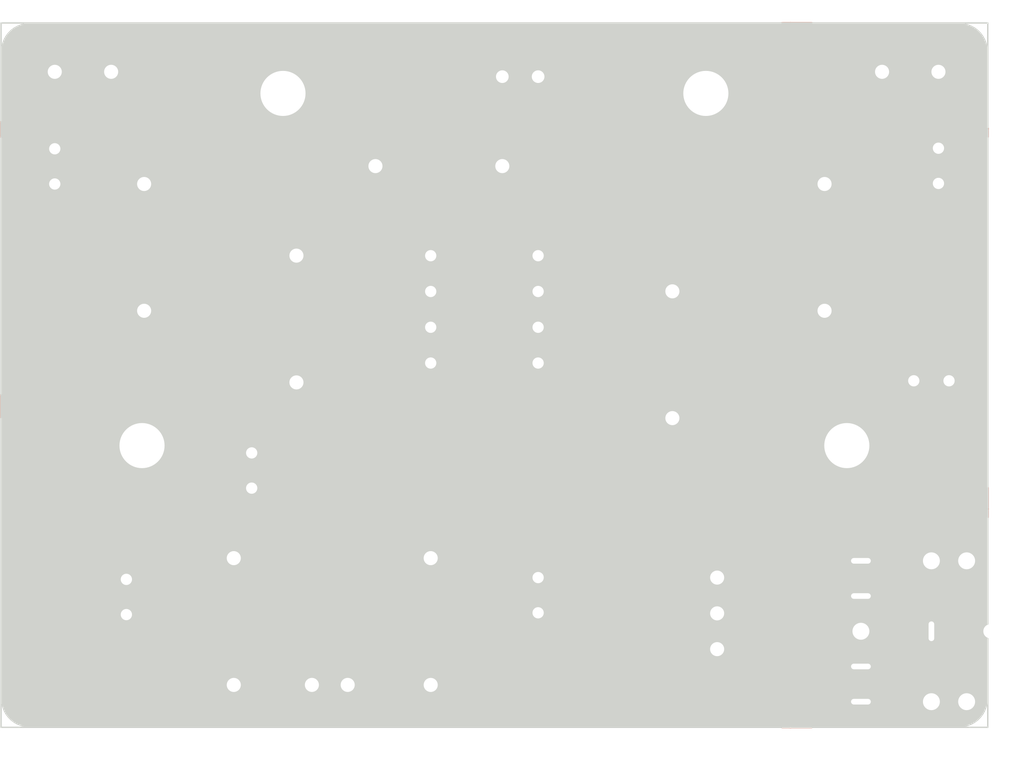
<source format=kicad_pcb>
(kicad_pcb (version 20221018) (generator pcbnew)

  (general
    (thickness 1.6)
  )

  (paper "A4")
  (layers
    (0 "F.Cu" signal)
    (31 "B.Cu" signal)
    (32 "B.Adhes" user "B.Adhesive")
    (33 "F.Adhes" user "F.Adhesive")
    (34 "B.Paste" user)
    (35 "F.Paste" user)
    (36 "B.SilkS" user "B.Silkscreen")
    (37 "F.SilkS" user "F.Silkscreen")
    (38 "B.Mask" user)
    (39 "F.Mask" user)
    (40 "Dwgs.User" user "User.Drawings")
    (41 "Cmts.User" user "User.Comments")
    (42 "Eco1.User" user "User.Eco1")
    (43 "Eco2.User" user "User.Eco2")
    (44 "Edge.Cuts" user)
    (45 "Margin" user)
    (46 "B.CrtYd" user "B.Courtyard")
    (47 "F.CrtYd" user "F.Courtyard")
    (48 "B.Fab" user)
    (49 "F.Fab" user)
    (50 "User.1" user)
    (51 "User.2" user)
    (52 "User.3" user)
    (53 "User.4" user)
    (54 "User.5" user)
    (55 "User.6" user)
    (56 "User.7" user)
    (57 "User.8" user)
    (58 "User.9" user)
  )

  (setup
    (stackup
      (layer "F.SilkS" (type "Top Silk Screen"))
      (layer "F.Paste" (type "Top Solder Paste"))
      (layer "F.Mask" (type "Top Solder Mask") (thickness 0.01))
      (layer "F.Cu" (type "copper") (thickness 0.035))
      (layer "dielectric 1" (type "core") (thickness 1.51) (material "FR4") (epsilon_r 4.5) (loss_tangent 0.02))
      (layer "B.Cu" (type "copper") (thickness 0.035))
      (layer "B.Mask" (type "Bottom Solder Mask") (thickness 0.01))
      (layer "B.Paste" (type "Bottom Solder Paste"))
      (layer "B.SilkS" (type "Bottom Silk Screen"))
      (copper_finish "None")
      (dielectric_constraints no)
    )
    (pad_to_mask_clearance 0)
    (pcbplotparams
      (layerselection 0x00010fc_ffffffff)
      (plot_on_all_layers_selection 0x0000000_00000000)
      (disableapertmacros false)
      (usegerberextensions true)
      (usegerberattributes false)
      (usegerberadvancedattributes false)
      (creategerberjobfile false)
      (dashed_line_dash_ratio 12.000000)
      (dashed_line_gap_ratio 3.000000)
      (svgprecision 4)
      (plotframeref false)
      (viasonmask false)
      (mode 1)
      (useauxorigin false)
      (hpglpennumber 1)
      (hpglpenspeed 20)
      (hpglpendiameter 15.000000)
      (dxfpolygonmode true)
      (dxfimperialunits true)
      (dxfusepcbnewfont true)
      (psnegative false)
      (psa4output false)
      (plotreference true)
      (plotvalue false)
      (plotinvisibletext false)
      (sketchpadsonfab false)
      (subtractmaskfromsilk true)
      (outputformat 1)
      (mirror false)
      (drillshape 0)
      (scaleselection 1)
      (outputdirectory "Production_files_v1.0/")
    )
  )

  (net 0 "")
  (net 1 "Net-(C1-Pad1)")
  (net 2 "Net-(C1-Pad2)")
  (net 3 "Net-(C2-Pad1)")
  (net 4 "Net-(C2-Pad2)")
  (net 5 "Net-(J1-Pin_2)")
  (net 6 "Net-(J1-Pin_6)")
  (net 7 "+BATT")
  (net 8 "/Virtual_Ground")
  (net 9 "Net-(J1-Pin_1)")
  (net 10 "Net-(J1-Pin_7)")
  (net 11 "-BATT")
  (net 12 "Net-(C3-Pad1)")
  (net 13 "Net-(C4-Pad1)")
  (net 14 "Net-(J4-Pin_2)")
  (net 15 "Net-(J4-Pin_3)")
  (net 16 "Net-(D1-K)")

  (footprint "Capacitor_THT:C_Radial_D6.3mm_H5.0mm_P2.50mm" (layer "F.Cu") (at 67.78 83.02 90))

  (footprint "Capacitor_THT:C_Radial_D6.3mm_H5.0mm_P2.50mm" (layer "F.Cu") (at 53.81 61.43 90))

  (footprint "MountingHole:MountingHole_3.2mm_M3" (layer "F.Cu") (at 110 80))

  (footprint "Resistor_THT:R_Box_L13.0mm_W4.0mm_P9.00mm" (layer "F.Cu") (at 97.625 78.05 90))

  (footprint "Capacitor_THT:CP_Radial_D5.0mm_P2.50mm" (layer "F.Cu") (at 58.89 89.497 -90))

  (footprint "Capacitor_THT:C_Radial_D6.3mm_H5.0mm_P2.50mm" (layer "F.Cu") (at 117.25 75.4 180))

  (footprint "MountingHole:MountingHole_3.2mm_M3" (layer "F.Cu") (at 60 80))

  (footprint "Capacitor_THT:CP_Radial_D5.0mm_P2.50mm" (layer "F.Cu") (at 88.1 91.87 90))

  (footprint "Resistor_THT:R_Box_L13.0mm_W4.0mm_P9.00mm" (layer "F.Cu") (at 70.955 66.515 -90))

  (footprint "Resistor_THT:R_Box_L13.0mm_W4.0mm_P9.00mm" (layer "F.Cu") (at 80.48 96.99 90))

  (footprint "MountingHole:MountingHole_3.2mm_M3" (layer "F.Cu") (at 70 55))

  (footprint "Connector_PinHeader_2.54mm:PinHeader_1x03_P2.54mm_Vertical" (layer "F.Cu") (at 100.8 89.37))

  (footprint "Inductor_THT:L_Radial_D6.0mm_P4.00mm" (layer "F.Cu") (at 116.5 53.467 180))

  (footprint "Package_DIP:DIP-8_W7.62mm_Socket" (layer "F.Cu") (at 80.48 66.52))

  (footprint "Inductor_THT:L_Radial_D6.0mm_P4.00mm" (layer "F.Cu") (at 53.81 53.467))

  (footprint "Resistor_THT:R_Box_L13.0mm_W4.0mm_P9.00mm" (layer "F.Cu") (at 66.51 87.99 -90))

  (footprint "Resistor_THT:R_Box_L13.0mm_W4.0mm_P9.00mm" (layer "F.Cu") (at 108.42 70.43 90))

  (footprint "Resistor_THT:R_Box_L13.0mm_W4.0mm_P9.00mm" (layer "F.Cu") (at 85.56 60.16 180))

  (footprint "Capacitor_THT:C_Radial_D6.3mm_H5.0mm_P2.50mm" (layer "F.Cu") (at 116.5 61.39 90))

  (footprint "Connector_Audio:Jack_3.5mm_CUI_SJ1-3525N_Horizontal" (layer "F.Cu") (at 116 93.18 90))

  (footprint "Resistor_THT:R_Box_L13.0mm_W4.0mm_P9.00mm" (layer "F.Cu") (at 60.15 70.43 90))

  (footprint "Connector_PinHeader_2.54mm:PinHeader_1x02_P2.54mm_Vertical" (layer "F.Cu") (at 72.050793 96.988207 90))

  (footprint "MountingHole:MountingHole_3.2mm_M3" (layer "F.Cu") (at 100 55))

  (footprint "LED_THT:LED_D4.0mm" (layer "F.Cu") (at 85.56 53.81))

  (gr_line (start 74.892 84.798) (end 83.782 75.908)
    (stroke (width 0.15) (type dash)) (layer "F.SilkS") (tstamp 252d62c5-6777-4794-8239-99942c9e777b))
  (gr_line (start 84.544 67.526) (end 85.306 66.764)
    (stroke (width 0.15) (type dash)) (layer "F.SilkS") (tstamp 278686ce-2467-41bf-962a-9f48c5d50229))
  (gr_line (start 100.038 71.463) (end 104.102 75.4)
    (stroke (width 0.15) (type dash)) (layer "F.SilkS") (tstamp 3615bbcf-4f41-4793-8e7d-5f465d489651))
  (gr_line (start 104.102 75.4) (end 112.5 75.4)
    (stroke (width 0.15) (type dash)) (layer "F.SilkS") (tstamp 5627c75f-5647-420f-8dac-220f75538e20))
  (gr_line (start 72.098 94.958) (end 72.098 82.512)
    (stroke (width 0.15) (type dash)) (layer "F.SilkS") (tstamp 71040e7d-8031-41ad-9073-e30ea62bc754))
  (gr_line (start 85.56 66.51) (end 86.576 66.51)
    (stroke (width 0.15) (type dash)) (layer "F.SilkS") (tstamp 7686eacf-50f4-4053-a718-783623abdc08))
  (gr_line (start 84.29 75.146) (end 84.29 67.78)
    (stroke (width 0.15) (type dash)) (layer "F.SilkS") (tstamp 7a4e64cf-7ce6-47ab-8934-3b33d1a4f1d0))
  (gr_line (start 67.78 77.94) (end 67.78 70.32)
    (stroke (width 0.15) (type dash)) (layer "F.SilkS") (tstamp 898f9e6a-88bb-4473-9422-dce9bb323611))
  (gr_line (start 67.78 70.32) (end 68.542 69.558)
    (stroke (width 0.15) (type dash)) (layer "F.SilkS") (tstamp 91675efa-e5a6-4d09-8818-1fe5465eb9b9))
  (gr_line (start 72.352 82.258) (end 78.956 75.654)
    (stroke (width 0.15) (type dash)) (layer "F.SilkS") (tstamp d7ea0144-4eb4-4a93-8956-faa5cdd868b2))
  (gr_line (start 74.638 94.958) (end 74.638 85.052)
    (stroke (width 0.15) (type dash)) (layer "F.SilkS") (tstamp f9e602e6-bdf7-4f66-9705-843b11d35672))
  (gr_rect (start 50 50) (end 120 100)
    (stroke (width 0.1) (type default)) (fill none) (layer "Edge.Cuts") (tstamp 348c6316-60ad-4e72-ac72-eb54881540d1))
  (gr_text_box "Electro.Sluch V1.0\nby Chaospott RF~Crew"
    (start 50.7775 99.2315) (end 55.2225 80.2685) (angle 90) (layer "B.SilkS") (tstamp 2b595b4a-6ef2-4806-8747-6c8d0f79699d)
      (effects (font (size 1 1) (thickness 0.15)) (justify left top mirror))
    (stroke (width 0.15) (type dash_dot))  )
  (dimension (type aligned) (layer "B.SilkS") (tstamp 01fc696b-57db-42a0-988f-a08c22581ba8)
    (pts (xy 60 78.5) (xy 50 78.5))
    (height 1.5)
    (gr_text "10.0 mm" (at 55 75.85) (layer "B.SilkS") (tstamp 01fc696b-57db-42a0-988f-a08c22581ba8)
      (effects (font (size 1 1) (thickness 0.15)) (justify mirror))
    )
    (format (prefix "") (suffix "") (units 3) (units_format 1) (precision 1))
    (style (thickness 0.15) (arrow_length 1.27) (text_position_mode 0) (extension_height 0.58642) (extension_offset 0.5) keep_text_aligned)
  )
  (dimension (type aligned) (layer "B.SilkS") (tstamp 0539c502-cb26-4ae4-a312-aecea643d1c8)
    (pts (xy 108 80) (xy 108 100))
    (height 1.999999)
    (gr_text "20.0 mm" (at 104.850001 90 90) (layer "B.SilkS") (tstamp 0539c502-cb26-4ae4-a312-aecea643d1c8)
      (effects (font (size 1 1) (thickness 0.15)) (justify mirror))
    )
    (format (prefix "") (suffix "") (units 3) (units_format 1) (precision 1))
    (style (thickness 0.15) (arrow_length 1.27) (text_position_mode 0) (extension_height 0.58642) (extension_offset 0.5) keep_text_aligned)
  )
  (dimension (type aligned) (layer "B.SilkS") (tstamp 08ab9066-8b5e-4119-aa54-19837fa2591e)
    (pts (xy 110 82) (xy 60 82))
    (height -2.520833)
    (gr_text "50.0 mm" (at 85 83.370833) (layer "B.SilkS") (tstamp 08ab9066-8b5e-4119-aa54-19837fa2591e)
      (effects (font (size 1 1) (thickness 0.15)) (justify mirror))
    )
    (format (prefix "") (suffix "") (units 3) (units_format 1) (precision 1))
    (style (thickness 0.15) (arrow_length 1.27) (text_position_mode 0) (extension_height 0.58642) (extension_offset 0.5) keep_text_aligned)
  )
  (dimension (type aligned) (layer "B.SilkS") (tstamp 2ddd2c67-770e-491d-873a-7b6ba9e8cc02)
    (pts (xy 70 57) (xy 100 57))
    (height 0.499999)
    (gr_text "30.0 mm" (at 85 56.349999) (layer "B.SilkS") (tstamp 2ddd2c67-770e-491d-873a-7b6ba9e8cc02)
      (effects (font (size 1 1) (thickness 0.15)) (justify mirror))
    )
    (format (prefix "") (suffix "") (units 3) (units_format 1) (precision 1))
    (style (thickness 0.15) (arrow_length 1.27) (text_position_mode 0) (extension_height 0.58642) (extension_offset 0.5) keep_text_aligned)
  )
  (dimension (type aligned) (layer "B.SilkS") (tstamp 87baf9cf-e1a3-4163-a00e-8561e87fd503)
    (pts (xy 68.4 55) (xy 71.6 55))
    (height -2.4)
    (gr_text "3.2 mm" (at 70 51.45) (layer "B.SilkS") (tstamp 87baf9cf-e1a3-4163-a00e-8561e87fd503)
      (effects (font (size 1 1) (thickness 0.15)) (justify mirror))
    )
    (format (prefix "") (suffix "") (units 3) (units_format 1) (precision 1))
    (style (thickness 0.15) (arrow_length 1.27) (text_position_mode 0) (extension_height 0.58642) (extension_offset 0.5) keep_text_aligned)
  )
  (dimension (type aligned) (layer "B.SilkS") (tstamp 8f61101c-ec9a-44ba-a6e2-dd52e0af770f)
    (pts (xy 108 55) (xy 108 50))
    (height -2)
    (gr_text "5 mm" (at 104.85 52.5 90) (layer "B.SilkS") (tstamp 8f61101c-ec9a-44ba-a6e2-dd52e0af770f)
      (effects (font (size 1 1) (thickness 0.15)) (justify mirror))
    )
    (format (prefix "") (suffix "") (units 3) (units_format 1) (precision 0))
    (style (thickness 0.15) (arrow_length 1.27) (text_position_mode 0) (extension_height 0.58642) (extension_offset 0.5) keep_text_aligned)
  )
  (dimension (type aligned) (layer "B.SilkS") (tstamp 9e20673d-a9dd-469e-8b36-91ea84717896)
    (pts (xy 108 80) (xy 108 55))
    (height -2)
    (gr_text "25.0 mm" (at 104.85 67.5 90) (layer "B.SilkS") (tstamp 9e20673d-a9dd-469e-8b36-91ea84717896)
      (effects (font (size 1 1) (thickness 0.15)) (justify mirror))
    )
    (format (prefix "") (suffix "") (units 3) (units_format 1) (precision 1))
    (style (thickness 0.15) (arrow_length 1.27) (text_position_mode 0) (extension_height 0.58642) (extension_offset 0.5) keep_text_aligned)
  )
  (dimension (type aligned) (layer "B.SilkS") (tstamp a1d9da0c-dd08-49ec-b033-bfb856ff5801)
    (pts (xy 110 82.5) (xy 120 82.5))
    (height 2)
    (gr_text "10.0 mm" (at 115 83.35) (layer "B.SilkS") (tstamp a1d9da0c-dd08-49ec-b033-bfb856ff5801)
      (effects (font (size 1 1) (thickness 0.15)) (justify mirror))
    )
    (format (prefix "") (suffix "") (units 3) (units_format 1) (precision 1))
    (style (thickness 0.15) (arrow_length 1.27) (text_position_mode 0) (extension_height 0.58642) (extension_offset 0.5) keep_text_aligned)
  )
  (dimension (type aligned) (layer "B.SilkS") (tstamp b0e1b6c2-d05f-4a74-b0a4-b5d903b8f750)
    (pts (xy 100 57) (xy 120 57))
    (height 0.5)
    (gr_text "20.0 mm" (at 110 56.35) (layer "B.SilkS") (tstamp b0e1b6c2-d05f-4a74-b0a4-b5d903b8f750)
      (effects (font (size 1 1) (thickness 0.15)) (justify mirror))
    )
    (format (prefix "") (suffix "") (units 3) (units_format 1) (precision 1))
    (style (thickness 0.15) (arrow_length 1.27) (text_position_mode 0) (extension_height 0.58642) (extension_offset 0.5) keep_text_aligned)
  )
  (dimension (type aligned) (layer "B.SilkS") (tstamp c84171a1-f1c9-488e-a553-04b75cbc26e9)
    (pts (xy 70 56.519255) (xy 50 56.519255))
    (height -0.980745)
    (gr_text "20.0 mm" (at 60 56.35) (layer "B.SilkS") (tstamp c84171a1-f1c9-488e-a553-04b75cbc26e9)
      (effects (font (size 1 1) (thickness 0.15)) (justify mirror))
    )
    (format (prefix "") (suffix "") (units 3) (units_format 1) (precision 1))
    (style (thickness 0.15) (arrow_length 1.27) (text_position_mode 0) (extension_height 0.58642) (extension_offset 0.5) keep_text_aligned)
  )

  (segment (start 53.81 61.43) (end 60.15 61.43) (width 1) (layer "F.Cu") (net 1) (tstamp 6f3e2ede-4d29-4883-8503-f4000496a020))
  (segment (start 53.81 58.93) (end 53.81 53.81) (width 1) (layer "F.Cu") (net 2) (tstamp 6795c920-feb0-4fec-9cd4-467ed2c89345))
  (segment (start 108.46 61.39) (end 108.42 61.43) (width 0.3) (layer "F.Cu") (net 3) (tstamp 58731730-eebb-406f-a430-30c5f7eec894))
  (segment (start 116.5 61.39) (end 108.46 61.39) (width 1) (layer "F.Cu") (net 3) (tstamp b497e2fe-3e0b-40e7-a908-00352127eb90))
  (segment (start 116.5 58.89) (end 116.5 53.81) (width 1) (layer "F.Cu") (net 4) (tstamp 6629187e-8e23-4251-b59d-5a8e97f8a1cd))
  (segment (start 70.955 75.515) (end 65.87 70.43) (width 1) (layer "F.Cu") (net 5) (tstamp 29f1f83d-8161-47bc-935d-78b560721ee3))
  (segment (start 77.41 69.06) (end 70.955 75.515) (width 1) (layer "F.Cu") (net 5) (tstamp 3fa72222-17d5-41e2-9685-bfffc82ebd0d))
  (segment (start 65.87 70.43) (end 60.15 70.43) (width 1) (layer "F.Cu") (net 5) (tstamp 7f941dc8-4ec4-4af7-b593-6af67d4faa3c))
  (segment (start 80.48 69.06) (end 77.41 69.06) (width 1) (layer "F.Cu") (net 5) (tstamp 8c68643a-6697-49f4-8872-98ad3445d2d9))
  (segment (start 97.625 78.05) (end 105.245 70.43) (width 1) (layer "F.Cu") (net 6) (tstamp 1282f802-7189-4488-bf32-0bd701973ee7))
  (segment (start 105.245 70.43) (end 108.42 70.43) (width 1) (layer "F.Cu") (net 6) (tstamp 68193069-5b2a-4b99-b7fd-08dbfc0bab88))
  (segment (start 88.1 71.6) (end 91.175 71.6) (width 1) (layer "F.Cu") (net 6) (tstamp 6c5e9bf0-0575-45c0-9ffb-859bfc8f1e49))
  (segment (start 91.175 71.6) (end 97.625 78.05) (width 1) (layer "F.Cu") (net 6) (tstamp ec693ef0-8853-4007-b130-3f65efef2c0c))
  (segment (start 88.1 53.81) (end 88.1 66.52) (width 1) (layer "F.Cu") (net 7) (tstamp 0e7f559b-9993-4dc2-a4a8-0b5a66b2c00d))
  (segment (start 88.06 91.91) (end 88.1 91.87) (width 1) (layer "F.Cu") (net 7) (tstamp 290c607b-9e81-4966-9331-0ec452fabe05))
  (segment (start 80.478207 96.988207) (end 80.48 96.99) (width 1) (layer "F.Cu") (net 7) (tstamp 5b431be5-6d20-44ec-8dab-62c36157ce76))
  (segment (start 83.02 96.99) (end 88.1 91.91) (width 1) (layer "F.Cu") (net 7) (tstamp 65840385-1405-448b-873f-137e265f89ee))
  (segment (start 74.591793 96.988207) (end 80.478207 96.988207) (width 1) (layer "F.Cu") (net 7) (tstamp 84be818b-0cab-4dbe-9f45-f17ffdc49232))
  (segment (start 80.48 96.99) (end 83.02 96.99) (width 1) (layer "F.Cu") (net 7) (tstamp b1394e72-821d-43e7-b4b2-9cf7229db6e2))
  (segment (start 88.1 91.91) (end 88.1 91.87) (width 1) (layer "F.Cu") (net 7) (tstamp fea9b9e6-0306-4074-8a09-57196eb74ffa))
  (segment (start 84.29 75.4) (end 84.29 67.78) (width 1) (layer "B.Cu") (net 7) (tstamp 1b9d8133-d0ea-4557-abe4-19b4c2bfb586))
  (segment (start 74.591793 85.098207) (end 84.29 75.4) (width 1) (layer "B.Cu") (net 7) (tstamp 31f59499-8af4-4c09-82c8-bceee157b695))
  (segment (start 85.56 66.51) (end 85.57 66.52) (width 1) (layer "B.Cu") (net 7) (tstamp 49e485ae-c58b-4919-97ad-d340b88dfa17))
  (segment (start 85.57 66.52) (end 88.1 66.52) (width 1) (layer "B.Cu") (net 7) (tstamp 8bda8901-fd56-45a7-ae4b-f380b031e923))
  (segment (start 84.29 67.78) (end 85.56 66.51) (width 1) (layer "B.Cu") (net 7) (tstamp b2c7df33-170f-4b93-b201-c12774e5b456))
  (segment (start 74.591793 96.988207) (end 74.591793 85.098207) (width 1) (layer "B.Cu") (net 7) (tstamp cf913384-817f-45dc-bbf2-dd00fbe52aac))
  (segment (start 80.48 66.52) (end 70.96 66.52) (width 1) (layer "F.Cu") (net 9) (tstamp a8b3ea22-e653-41be-a1c7-4fb269411ecd))
  (segment (start 70.96 66.52) (end 70.955 66.515) (width 1) (layer "F.Cu") (net 9) (tstamp f8f87771-6e4a-4689-aa7f-8f344f28690e))
  (segment (start 70.955 67.145) (end 67.78 70.32) (width 1) (layer "B.Cu") (net 9) (tstamp 6ba837a0-8543-4a85-9d65-c549c36c568b))
  (segment (start 67.78 70.32) (end 67.78 80.52) (width 1) (layer "B.Cu") (net 9) (tstamp 96730db5-0be6-44da-8180-833c0efe04c5))
  (segment (start 70.955 66.515) (end 70.955 67.145) (width 1) (layer "B.Cu") (net 9) (tstamp f283365d-51e7-4b03-a38b-d058ac3de883))
  (segment (start 97.615 69.06) (end 97.625 69.05) (width 0.3) (layer "F.Cu") (net 10) (tstamp b1e9fe59-ea7c-48fe-85f9-dcad96ccc433))
  (segment (start 88.1 69.06) (end 97.615 69.06) (width 1) (layer "F.Cu") (net 10) (tstamp fe6ae9ed-02b4-404f-8a32-cf3ac99412de))
  (segment (start 97.625 69.045) (end 103.98 75.4) (width 1) (layer "B.Cu") (net 10) (tstamp 3646b34e-6d2d-49c5-9b06-c6a6171a2764))
  (segment (start 103.98 75.4) (end 114.75 75.4) (width 1) (layer "B.Cu") (net 10) (tstamp 48897d92-5bd5-4207-8247-3a6a65f80a8f))
  (segment (start 72.049 96.99) (end 72.050793 96.988207) (width 1) (layer "F.Cu") (net 11) (tstamp 7b76797c-8994-4b29-91a1-8297a4ace385))
  (segment (start 66.51 96.99) (end 63.883 96.99) (width 1) (layer "F.Cu") (net 11) (tstamp b4933e7d-2531-4d2e-b8a2-96be0e984440))
  (segment (start 66.51 96.99) (end 72.049 96.99) (width 1) (layer "F.Cu") (net 11) (tstamp cad6b317-20d0-4e3c-bdf2-8fa1e52becb9))
  (segment (start 63.883 96.99) (end 58.89 91.997) (width 1) (layer "F.Cu") (net 11) (tstamp f1698152-961e-4758-8616-54a1b2da444e))
  (segment (start 80.48 74.14) (end 72.051793 82.568207) (width 1) (layer "B.Cu") (net 11) (tstamp 121349f9-058a-42f2-96eb-f10373431ef6))
  (segment (start 72.051793 82.568207) (end 72.051793 96.988207) (width 1) (layer "B.Cu") (net 11) (tstamp 2b368697-9e57-4082-b1ff-dd0dd3a30140))
  (segment (start 102.07 83.02) (end 107.23 88.18) (width 1) (layer "F.Cu") (net 12) (tstamp 3e594a15-ae9b-459d-855c-4e086ac8af4e))
  (segment (start 107.23 88.18) (end 111 88.18) (width 1) (layer "F.Cu") (net 12) (tstamp 3facfff9-e4b1-4ff2-8254-0a43300dfecf))
  (segment (start 67.78 83.02) (end 102.07 83.02) (width 1) (layer "F.Cu") (net 12) (tstamp 6e6e96a7-c806-4fcd-86dd-d620b4c42f3c))
  (segment (start 113.919 86.868) (end 113.919 95.936) (width 1) (layer "F.Cu") (net 13) (tstamp 1cbb11ae-4cf7-4395-aabc-b35cb20ef78c))
  (segment (start 117.221 75.429) (end 117.221 83.566) (width 1) (layer "F.Cu") (net 13) (tstamp 6f7ccc3c-5d95-4239-b92f-9dec01864557))
  (segment (start 113.919 95.936) (end 111.675 98.18) (width 1) (layer "F.Cu") (net 13) (tstamp 71bfa52e-461d-4b29-907a-bd33f235a0d6))
  (segment (start 117.221 83.566) (end 113.919 86.868) (width 1) (layer "F.Cu") (net 13) (tstamp 91e72ee3-6519-4f02-b05d-5774450429c8))
  (segment (start 117.25 75.4) (end 117.221 75.429) (width 1) (layer "F.Cu") (net 13) (tstamp f1a29f61-8c65-4cd8-882b-6f53d038cccd))
  (segment (start 111.755 98.26) (end 111.675 98.18) (width 1) (layer "B.Cu") (net 13) (tstamp e09d6a6d-5813-49da-9c9b-f1dc724e437c))
  (segment (start 109.095 90.68) (end 111 90.68) (width 1) (layer "F.Cu") (net 14) (tstamp 53db0b82-0cb0-4787-b119-b6023ad4baf5))
  (segment (start 107.785 91.91) (end 109.055 90.64) (width 1) (layer "F.Cu") (net 14) (tstamp 9c50b464-0ea1-4566-a57d-c7e14b1f90a2))
  (segment (start 100.8 91.91) (end 107.785 91.91) (width 1) (layer "F.Cu") (net 14) (tstamp 9fa86de3-e873-413a-9960-2b9420491eef))
  (segment (start 107.912 94.45) (end 100.8 94.45) (width 1) (layer "F.Cu") (net 15) (tstamp 1efefb87-6800-4590-978a-b25929c7a817))
  (segment (start 109.095 95.633) (end 107.912 94.45) (width 1) (layer "F.Cu") (net 15) (tstamp 3212b0b7-2fb3-4e72-bdb0-4f26fb612498))
  (segment (start 109.095 95.68) (end 111 95.68) (width 1) (layer "F.Cu") (net 15) (tstamp 3ea88125-e4ba-4c2a-b046-3b398c5e40eb))
  (segment (start 85.56 53.81) (end 85.56 60.16) (width 1) (layer "F.Cu") (net 16) (tstamp 29842d5b-a887-4f87-a032-0a25e19b0957))

  (zone (net 3) (net_name "Net-(C2-Pad1)") (layer "F.Cu") (tstamp 01a82f2c-d197-4acf-9e65-c378fd955860) (name "$teardrop_padvia$") (hatch edge 0.5)
    (priority 30014)
    (attr (teardrop (type padvia)))
    (connect_pads yes (clearance 0))
    (min_thickness 0.0254) (filled_areas_thickness no)
    (fill yes (thermal_gap 0.5) (thermal_bridge_width 0.5) (island_removal_mode 1) (island_area_min 10))
    (polygon
      (pts
        (xy 111.212044 60.89)
        (xy 110.514196 60.84216)
        (xy 110.025506 60.72808)
        (xy 109.606536 60.59192)
        (xy 109.117846 60.47784)
        (xy 108.42 60.43)
        (xy 108.419 61.43)
        (xy 108.42 62.43)
        (xy 109.119877 62.37384)
        (xy 109.607551 62.23992)
        (xy 110.024492 62.08008)
        (xy 110.512166 61.94616)
        (xy 111.212044 61.89)
      )
    )
    (filled_polygon
      (layer "F.Cu")
      (pts
        (xy 108.432486 60.430855)
        (xy 109.116909 60.477775)
        (xy 109.11876 60.478053)
        (xy 109.606067 60.59181)
        (xy 109.607006 60.592072)
        (xy 110.025506 60.72808)
        (xy 110.514196 60.84216)
        (xy 111.201145 60.889252)
        (xy 111.209164 60.893237)
        (xy 111.212044 60.900925)
        (xy 111.212044 61.8792)
        (xy 111.208617 61.887473)
        (xy 111.20128 61.890863)
        (xy 110.512167 61.946159)
        (xy 110.512159 61.946161)
        (xy 110.024505 62.080076)
        (xy 110.024497 62.080078)
        (xy 110.024492 62.08008)
        (xy 109.891535 62.13105)
        (xy 109.608081 62.239716)
        (xy 109.606991 62.240073)
        (xy 109.120944 62.373546)
        (xy 109.118782 62.373927)
        (xy 108.432623 62.428987)
        (xy 108.424102 62.426232)
        (xy 108.420024 62.41826)
        (xy 108.419987 62.417336)
        (xy 108.419943 62.373546)
        (xy 108.419 61.43)
        (xy 108.419987 60.442515)
        (xy 108.423422 60.434248)
        (xy 108.431699 60.430829)
      )
    )
  )
  (zone (net 9) (net_name "Net-(J1-Pin_1)") (layer "F.Cu") (tstamp 03ad551f-7cd7-4b31-a337-3163895d3372) (name "$teardrop_padvia$") (hatch edge 0.5)
    (priority 30012)
    (attr (teardrop (type padvia)))
    (connect_pads yes (clearance 0))
    (min_thickness 0.0254) (filled_areas_thickness no)
    (fill yes (thermal_gap 0.5) (thermal_bridge_width 0.5) (island_removal_mode 1) (island_area_min 10))
    (polygon
      (pts
        (xy 73.754005 66.02)
        (xy 73.053344 65.96748)
        (xy 72.563973 65.84224)
        (xy 72.145031 65.69276)
        (xy 71.65566 65.56752)
        (xy 70.955 65.515)
        (xy 70.954 66.515)
        (xy 70.955 67.515)
        (xy 71.655407 67.46352)
        (xy 72.144905 67.34076)
        (xy 72.564099 67.19424)
        (xy 73.053597 67.07148)
        (xy 73.754005 67.02)
      )
    )
    (filled_polygon
      (layer "F.Cu")
      (pts
        (xy 70.967545 65.51594)
        (xy 71.654637 65.567443)
        (xy 71.656648 65.567772)
        (xy 72.144518 65.692628)
        (xy 72.145526 65.692936)
        (xy 72.563973 65.84224)
        (xy 73.053344 65.96748)
        (xy 73.743181 66.019188)
        (xy 73.751173 66.023223)
        (xy 73.754005 66.030855)
        (xy 73.754005 67.009127)
        (xy 73.750578 67.0174)
        (xy 73.743163 67.020796)
        (xy 73.0536 67.071479)
        (xy 72.564097 67.19424)
        (xy 72.145408 67.340584)
        (xy 72.144394 67.340888)
        (xy 71.656387 67.463274)
        (xy 71.654399 67.463594)
        (xy 70.967545 67.514077)
        (xy 70.959043 67.511265)
        (xy 70.955018 67.503266)
        (xy 70.954987 67.50242)
        (xy 70.954948 67.463594)
        (xy 70.954 66.515)
        (xy 70.954987 65.527595)
        (xy 70.958422 65.519327)
        (xy 70.966699 65.515908)
      )
    )
  )
  (zone (net 5) (net_name "Net-(J1-Pin_2)") (layer "F.Cu") (tstamp 03e02a0d-68b2-4c44-b50b-cb84f49bd6c6) (name "$teardrop_padvia$") (hatch edge 0.5)
    (priority 30008)
    (attr (teardrop (type padvia)))
    (connect_pads yes (clearance 0))
    (min_thickness 0.0254) (filled_areas_thickness no)
    (fill yes (thermal_gap 0.5) (thermal_bridge_width 0.5) (island_removal_mode 1) (island_area_min 10))
    (polygon
      (pts
        (xy 62.95 69.93)
        (xy 62.249221 69.878)
        (xy 61.75961 69.754)
        (xy 61.340389 69.606)
        (xy 60.850778 69.482)
        (xy 60.15 69.43)
        (xy 60.149 70.43)
        (xy 60.15 71.43)
        (xy 60.850778 71.378)
        (xy 61.340389 71.254)
        (xy 61.75961 71.106)
        (xy 62.249221 70.982)
        (xy 62.95 70.93)
      )
    )
    (filled_polygon
      (layer "F.Cu")
      (pts
        (xy 60.16254 69.43093)
        (xy 60.849767 69.481924)
        (xy 60.851761 69.482249)
        (xy 61.339877 69.60587)
        (xy 61.340878 69.606172)
        (xy 61.75961 69.754)
        (xy 62.249217 69.877999)
        (xy 62.249221 69.878)
        (xy 62.939166 69.929196)
        (xy 62.947163 69.933226)
        (xy 62.95 69.940864)
        (xy 62.95 70.919135)
        (xy 62.946573 70.927408)
        (xy 62.939166 70.930803)
        (xy 62.249218 70.982)
        (xy 61.759605 71.106001)
        (xy 61.340889 71.253823)
        (xy 61.339866 71.254132)
        (xy 60.851767 71.377749)
        (xy 60.849761 71.378075)
        (xy 60.162553 71.429068)
        (xy 60.154049 71.426263)
        (xy 60.150019 71.418266)
        (xy 60.149987 71.417412)
        (xy 60.149947 71.377749)
        (xy 60.149 70.43)
        (xy 60.149987 69.442586)
        (xy 60.153422 69.434318)
        (xy 60.161699 69.430899)
      )
    )
  )
  (zone (net 10) (net_name "Net-(J1-Pin_7)") (layer "F.Cu") (tstamp 061f08c7-9f9b-45ad-a3ce-08db1bf3be0d) (name "$teardrop_padvia$") (hatch edge 0.5)
    (priority 30013)
    (attr (teardrop (type padvia)))
    (connect_pads yes (clearance 0))
    (min_thickness 0.0254) (filled_areas_thickness no)
    (fill yes (thermal_gap 0.5) (thermal_bridge_width 0.5) (island_removal_mode 1) (island_area_min 10))
    (polygon
      (pts
        (xy 94.826989 69.56)
        (xy 95.527027 69.61096)
        (xy 96.016411 69.73248)
        (xy 96.435577 69.87752)
        (xy 96.924961 69.99904)
        (xy 97.625 70.05)
        (xy 97.626 69.05)
        (xy 97.625 68.05)
        (xy 96.924455 68.10304)
        (xy 96.435324 68.22952)
        (xy 96.016664 68.38048)
        (xy 95.527533 68.50696)
        (xy 94.826989 68.56)
      )
    )
    (filled_polygon
      (layer "F.Cu")
      (pts
        (xy 97.620937 68.053744)
        (xy 97.624979 68.061735)
        (xy 97.625012 68.062606)
        (xy 97.626 69.05)
        (xy 97.626 69.050024)
        (xy 97.625012 70.03743)
        (xy 97.621577 70.045699)
        (xy 97.6133 70.049118)
        (xy 97.612463 70.049087)
        (xy 96.92596 69.999112)
        (xy 96.923989 69.998798)
        (xy 96.436089 69.877647)
        (xy 96.435083 69.877349)
        (xy 96.016412 69.73248)
        (xy 95.527032 69.61096)
        (xy 95.527023 69.610959)
        (xy 94.83784 69.560789)
        (xy 94.829837 69.556771)
        (xy 94.826989 69.54912)
        (xy 94.826989 68.570848)
        (xy 94.830416 68.562575)
        (xy 94.837806 68.559181)
        (xy 95.527533 68.50696)
        (xy 96.016664 68.38048)
        (xy 96.434817 68.229702)
        (xy 96.435848 68.229384)
        (xy 96.923452 68.103299)
        (xy 96.925479 68.102962)
        (xy 97.61243 68.050951)
      )
    )
  )
  (zone (net 6) (net_name "Net-(J1-Pin_6)") (layer "F.Cu") (tstamp 0cf8189c-3537-4b15-be81-3c9c882c6aa3) (name "$teardrop_padvia$") (hatch edge 0.5)
    (priority 30005)
    (attr (teardrop (type padvia)))
    (connect_pads yes (clearance 0))
    (min_thickness 0.0254) (filled_areas_thickness no)
    (fill yes (thermal_gap 0.5) (thermal_bridge_width 0.5) (island_removal_mode 1) (island_area_min 10))
    (polygon
      (pts
        (xy 99.251345 75.716548)
        (xy 98.71905 76.175302)
        (xy 98.285162 76.433828)
        (xy 97.884075 76.625611)
        (xy 97.450187 76.884137)
        (xy 96.917893 77.342893)
        (xy 97.624293 78.050707)
        (xy 98.332107 78.757107)
        (xy 98.790862 78.224812)
        (xy 99.049388 77.790923)
        (xy 99.24117 77.389837)
        (xy 99.499696 76.955948)
        (xy 99.958452 76.423655)
      )
    )
    (filled_polygon
      (layer "F.Cu")
      (pts
        (xy 99.259027 75.72423)
        (xy 99.950769 76.415972)
        (xy 99.954196 76.424245)
        (xy 99.951359 76.431883)
        (xy 99.499698 76.955944)
        (xy 99.24117 77.389835)
        (xy 99.241166 77.389843)
        (xy 99.04962 77.790436)
        (xy 99.049116 77.791378)
        (xy 98.791384 78.223935)
        (xy 98.790196 78.225584)
        (xy 98.340324 78.747571)
        (xy 98.332327 78.751601)
        (xy 98.323823 78.748796)
        (xy 98.323196 78.748214)
        (xy 97.798746 78.224812)
        (xy 97.624293 78.050707)
        (xy 96.926784 77.351802)
        (xy 96.923366 77.343526)
        (xy 96.926801 77.335257)
        (xy 96.927428 77.334675)
        (xy 97.449422 76.884795)
        (xy 97.451054 76.88362)
        (xy 97.88363 76.625875)
        (xy 97.88455 76.625383)
        (xy 98.285162 76.433828)
        (xy 98.71905 76.175302)
        (xy 99.243116 75.723639)
        (xy 99.25162 75.720835)
      )
    )
  )
  (zone (net 3) (net_name "Net-(C2-Pad1)") (layer "F.Cu") (tstamp 1403ae7a-76f8-41ae-bea4-3a47dfd49fe5) (name "$teardrop_padvia$") (hatch edge 0.5)
    (priority 30023)
    (attr (teardrop (type padvia)))
    (connect_pads yes (clearance 0))
    (min_thickness 0.0254) (filled_areas_thickness no)
    (fill yes (thermal_gap 0.5) (thermal_bridge_width 0.5) (island_removal_mode 1) (island_area_min 10))
    (polygon
      (pts
        (xy 114.26 61.89)
        (xy 114.8184 61.9212)
        (xy 115.2112 61.9956)
        (xy 115.5488 62.0844)
        (xy 115.9416 62.1588)
        (xy 116.5 62.19)
        (xy 116.501 61.39)
        (xy 116.5 60.59)
        (xy 115.9416 60.6212)
        (xy 115.5488 60.6956)
        (xy 115.2112 60.7844)
        (xy 114.8184 60.8588)
        (xy 114.26 60.89)
      )
    )
    (filled_polygon
      (layer "F.Cu")
      (pts
        (xy 116.496114 60.593649)
        (xy 116.499997 60.601718)
        (xy 116.500015 60.602356)
        (xy 116.501 61.39)
        (xy 116.501 61.39003)
        (xy 116.500015 62.177643)
        (xy 116.496578 62.185911)
        (xy 116.4883 62.189328)
        (xy 116.487662 62.18931)
        (xy 115.942368 62.158842)
        (xy 115.940844 62.158656)
        (xy 115.549196 62.084475)
        (xy 115.548397 62.084294)
        (xy 115.211208 61.995602)
        (xy 115.211206 61.995601)
        (xy 115.2112 61.9956)
        (xy 114.928766 61.942104)
        (xy 114.818401 61.9212)
        (xy 114.271047 61.890617)
        (xy 114.262978 61.886734)
        (xy 114.26 61.878935)
        (xy 114.26 60.901064)
        (xy 114.263427 60.892791)
        (xy 114.271045 60.889382)
        (xy 114.8184 60.8588)
        (xy 115.2112 60.7844)
        (xy 115.548424 60.695698)
        (xy 115.549169 60.69553)
        (xy 115.940846 60.621342)
        (xy 115.942366 60.621157)
        (xy 116.487662 60.590689)
      )
    )
  )
  (zone (net 7) (net_name "+BATT") (layer "F.Cu") (tstamp 1b1d55f5-7e30-43ec-817a-ab98377ccafb) (name "$teardrop_padvia$") (hatch edge 0.5)
    (priority 30022)
    (attr (teardrop (type padvia)))
    (connect_pads yes (clearance 0))
    (min_thickness 0.0254) (filled_areas_thickness no)
    (fill yes (thermal_gap 0.5) (thermal_bridge_width 0.5) (island_removal_mode 1) (island_area_min 10))
    (polygon
      (pts
        (xy 86.67532 94.041787)
        (xy 87.027577 93.731429)
        (xy 87.379835 93.439072)
        (xy 87.732093 93.164714)
        (xy 88.084351 92.908357)
        (xy 88.436609 92.67)
        (xy 88.100707 91.869293)
        (xy 87.3 91.543843)
        (xy 87.033642 91.93801)
        (xy 86.767285 92.314177)
        (xy 86.500927 92.672345)
        (xy 86.23457 93.012512)
        (xy 85.968213 93.33468)
      )
    )
    (filled_polygon
      (layer "F.Cu")
      (pts
        (xy 87.308788 91.547415)
        (xy 88.096204 91.867463)
        (xy 88.102577 91.873753)
        (xy 88.102587 91.873776)
        (xy 88.432899 92.661157)
        (xy 88.432939 92.670112)
        (xy 88.428667 92.675373)
        (xy 88.084355 92.908353)
        (xy 87.732091 93.164715)
        (xy 87.379825 93.439079)
        (xy 87.027595 93.731413)
        (xy 86.683561 94.034526)
        (xy 86.675088 94.037424)
        (xy 86.667553 94.03402)
        (xy 85.975738 93.342205)
        (xy 85.972311 93.333932)
        (xy 85.974993 93.326479)
        (xy 86.23457 93.012512)
        (xy 86.447851 92.740127)
        (xy 86.500933 92.672338)
        (xy 86.612536 92.522265)
        (xy 86.767285 92.314177)
        (xy 87.033642 91.93801)
        (xy 87.294689 91.551702)
        (xy 87.302159 91.546767)
      )
    )
  )
  (zone (net 14) (net_name "Net-(J4-Pin_2)") (layer "F.Cu") (tstamp 20afe1d8-6f7a-44c0-9c83-e3175ca4e5fc) (name "$teardrop_padvia$") (hatch edge 0.5)
    (priority 30019)
    (attr (teardrop (type padvia)))
    (connect_pads yes (clearance 0))
    (min_thickness 0.0254) (filled_areas_thickness no)
    (fill yes (thermal_gap 0.5) (thermal_bridge_width 0.5) (island_removal_mode 1) (island_area_min 10))
    (polygon
      (pts
        (xy 103.18 91.41)
        (xy 102.586073 91.3736)
        (xy 102.169036 91.2868)
        (xy 101.810962 91.1832)
        (xy 101.393925 91.0964)
        (xy 100.8 91.06)
        (xy 100.799 91.91)
        (xy 100.8 92.76)
        (xy 101.393925 92.7236)
        (xy 101.810962 92.6368)
        (xy 102.169036 92.5332)
        (xy 102.586073 92.4464)
        (xy 103.18 92.41)
      )
    )
    (filled_polygon
      (layer "F.Cu")
      (pts
        (xy 100.8124 91.060759)
        (xy 101.393081 91.096348)
        (xy 101.394745 91.09657)
        (xy 101.81055 91.183114)
        (xy 101.811375 91.183319)
        (xy 102.169036 91.2868)
        (xy 102.586073 91.3736)
        (xy 103.169017 91.409326)
        (xy 103.177064 91.413252)
        (xy 103.18 91.421004)
        (xy 103.18 92.398995)
        (xy 103.176573 92.407268)
        (xy 103.169016 92.410673)
        (xy 102.883637 92.428163)
        (xy 102.586073 92.4464)
        (xy 102.377554 92.4898)
        (xy 102.169033 92.5332)
        (xy 101.811397 92.636674)
        (xy 101.810529 92.63689)
        (xy 101.394747 92.723428)
        (xy 101.393079 92.723651)
        (xy 100.812401 92.759239)
        (xy 100.803933 92.756325)
        (xy 100.800007 92.748277)
        (xy 100.799985 92.747575)
        (xy 100.799 91.910028)
        (xy 100.799 91.91)
        (xy 100.799985 91.072424)
        (xy 100.803422 91.064155)
        (xy 100.811699 91.060738)
      )
    )
  )
  (zone (net 8) (net_name "/Virtual_Ground") (layer "F.Cu") (tstamp 22b5b732-105f-45b6-a0c3-6f6fd2dfddfe) (name "isolated") (hatch full 0.5)
    (priority 1)
    (connect_pads (clearance 0.5))
    (min_thickness 0.25) (filled_areas_thickness no)
    (fill yes (thermal_gap 0.5) (thermal_bridge_width 0.5) (smoothing fillet) (radius 2) (island_removal_mode 1) (island_area_min 10))
    (polygon
      (pts
        (xy 119.5 89.4462)
        (xy 117.5 89.4462)
        (xy 117.5 97)
        (xy 119 96.99)
        (xy 119 99.3)
        (xy 50.5 99.5)
        (xy 50.635 50.635)
        (xy 119.5 50.5)
      )
    )
    (filled_polygon
      (layer "F.Cu")
      (island)
      (pts
        (xy 86.92775 55.443264)
        (xy 86.982494 55.486678)
        (xy 87.002175 55.530995)
        (xy 87.054475 55.763629)
        (xy 87.057225 55.78265)
        (xy 87.083939 56.186881)
        (xy 87.094878 56.352405)
        (xy 87.098738 56.389708)
        (xy 87.098738 56.38971)
        (xy 87.098842 56.390708)
        (xy 87.0995 56.40347)
        (xy 87.0995 58.754118)
        (xy 87.079815 58.821157)
        (xy 87.027011 58.866912)
        (xy 86.957853 58.876856)
        (xy 86.894297 58.847831)
        (xy 86.858573 58.795398)
        (xy 86.722245 58.40924)
        (xy 86.718967 58.398404)
        (xy 86.696863 58.311128)
        (xy 86.615504 57.989886)
        (xy 86.612051 57.96863)
        (xy 86.564918 57.333427)
        (xy 86.561242 57.299875)
        (xy 86.561238 57.299834)
        (xy 86.5605 57.28633)
        (xy 86.5605 56.420175)
        (xy 86.563271 56.394105)
        (xy 86.565898 56.381888)
        (xy 86.633266 56.068617)
        (xy 86.633639 56.066945)
        (xy 86.711528 55.728124)
        (xy 86.711959 55.726316)
        (xy 86.760811 55.528464)
        (xy 86.795991 55.468102)
        (xy 86.858224 55.436339)
      )
    )
    (filled_polygon
      (layer "F.Cu")
      (pts
        (xy 117.500502 50.504235)
        (xy 117.772248 50.523161)
        (xy 117.789766 50.525647)
        (xy 118.051719 50.582167)
        (xy 118.068703 50.587124)
        (xy 118.319914 50.680388)
        (xy 118.336026 50.687718)
        (xy 118.571386 50.815826)
        (xy 118.586293 50.82538)
        (xy 118.7414 50.941212)
        (xy 118.800992 50.985715)
        (xy 118.814391 50.997301)
        (xy 119.004046 51.186584)
        (xy 119.015658 51.199961)
        (xy 119.176407 51.414337)
        (xy 119.185995 51.429232)
        (xy 119.314561 51.664334)
        (xy 119.321928 51.680444)
        (xy 119.415677 51.931454)
        (xy 119.420674 51.948449)
        (xy 119.477702 52.210266)
        (xy 119.480226 52.227799)
        (xy 119.499683 52.499498)
        (xy 119.5 52.508355)
        (xy 119.5 87.751861)
        (xy 119.480315 87.8189)
        (xy 119.427511 87.864655)
        (xy 119.358353 87.874599)
        (xy 119.294797 87.845574)
        (xy 119.266445 87.809944)
        (xy 119.208101 87.699897)
        (xy 119.088337 87.5589)
        (xy 118.941064 87.446946)
        (xy 118.773167 87.369268)
        (xy 118.773163 87.369266)
        (xy 118.592497 87.3295)
        (xy 118.453887 87.3295)
        (xy 118.453883 87.3295)
        (xy 118.316088 87.344486)
        (xy 118.140776 87.403557)
        (xy 118.140774 87.403558)
        (xy 117.982262 87.498931)
        (xy 117.982261 87.498932)
        (xy 117.847959 87.626149)
        (xy 117.744138 87.779276)
        (xy 117.675669 87.951122)
        (xy 117.664377 88.02)
        (xy 117.653745 88.084858)
        (xy 117.64574 88.133685)
        (xy 117.655755 88.318406)
        (xy 117.655755 88.318411)
        (xy 117.705244 88.496656)
        (xy 117.705247 88.496662)
        (xy 117.791898 88.660102)
        (xy 117.85454 88.73385)
        (xy 117.911663 88.8011)
        (xy 118.058936 88.913054)
        (xy 118.226833 88.990732)
        (xy 118.226834 88.990732)
        (xy 118.226836 88.990733)
        (xy 118.281648 89.002797)
        (xy 118.407503 89.0305)
        (xy 118.407506 89.0305)
        (xy 118.546107 89.0305)
        (xy 118.546113 89.0305)
        (xy 118.68391 89.015514)
        (xy 118.859221 88.956444)
        (xy 119.017736 88.86107)
        (xy 119.152041 88.733849)
        (xy 119.237718 88.607483)
        (xy 119.291631 88.563043)
        (xy 119.361013 88.554805)
        (xy 119.423835 88.585385)
        (xy 119.460152 88.645075)
        (xy 119.459012 88.713066)
        (xy 119.427424 88.817198)
        (xy 119.418121 88.839656)
        (xy 119.337227 88.990998)
        (xy 119.323722 89.01121)
        (xy 119.214854 89.143866)
        (xy 119.197666 89.161054)
        (xy 119.06501 89.269922)
        (xy 119.044798 89.283427)
        (xy 118.893456 89.364321)
        (xy 118.870998 89.373624)
        (xy 118.706775 89.42344)
        (xy 118.682935 89.428182)
        (xy 118.564133 89.439883)
        (xy 118.5 89.4462)
        (xy 117.5 89.4462)
        (xy 117.5 97)
        (xy 118.25 96.995)
        (xy 118.402648 97.011243)
        (xy 118.429864 97.017291)
        (xy 118.561759 97.062668)
        (xy 118.586939 97.074648)
        (xy 118.628034 97.100225)
        (xy 118.674549 97.152361)
        (xy 118.685493 97.221368)
        (xy 118.657391 97.285337)
        (xy 118.599166 97.323959)
        (xy 118.562512 97.3295)
        (xy 118.453883 97.3295)
        (xy 118.316088 97.344486)
        (xy 118.140776 97.403557)
        (xy 118.140774 97.403558)
        (xy 117.982262 97.498931)
        (xy 117.982261 97.498932)
        (xy 117.847959 97.626149)
        (xy 117.744138 97.779276)
        (xy 117.675669 97.951122)
        (xy 117.660631 98.042851)
        (xy 117.646771 98.127398)
        (xy 117.64574 98.133685)
        (xy 117.655755 98.318406)
        (xy 117.655755 98.318411)
        (xy 117.705244 98.496656)
        (xy 117.705247 98.496662)
        (xy 117.791898 98.660102)
        (xy 117.911662 98.801099)
        (xy 117.911663 98.8011)
        (xy 118.058936 98.913054)
        (xy 118.226833 98.990732)
        (xy 118.226838 98.990733)
        (xy 118.233208 98.99288)
        (xy 118.232708 98.994361)
        (xy 118.286854 99.024093)
        (xy 118.320193 99.085495)
        (xy 118.315044 99.155175)
        (xy 118.27304 99.211009)
        (xy 118.235242 99.230141)
        (xy 118.082169 99.276972)
        (xy 118.058383 99.281766)
        (xy 117.85105 99.302759)
        (xy 117.838921 99.303389)
        (xy 112.18944 99.319884)
        (xy 112.122343 99.300396)
        (xy 112.076435 99.247726)
        (xy 112.066289 99.178596)
        (xy 112.095128 99.114956)
        (xy 112.112414 99.098424)
        (xy 112.174778 99.04938)
        (xy 112.183179 99.043325)
        (xy 112.310519 98.959402)
        (xy 113.136235 98.133685)
        (xy 115.14574 98.133685)
        (xy 115.155755 98.318406)
        (xy 115.155755 98.318411)
        (xy 115.205244 98.496656)
        (xy 115.205247 98.496662)
        (xy 115.291898 98.660102)
        (xy 115.411662 98.801099)
        (xy 115.411663 98.8011)
        (xy 115.558936 98.913054)
        (xy 115.726833 98.990732)
        (xy 115.726834 98.990732)
        (xy 115.726836 98.990733)
        (xy 115.781648 99.002797)
        (xy 115.907503 99.0305)
        (xy 115.907506 99.0305)
        (xy 116.046107 99.0305)
        (xy 116.046113 99.0305)
        (xy 116.18391 99.015514)
        (xy 116.359221 98.956444)
        (xy 116.517736 98.86107)
        (xy 116.652041 98.733849)
        (xy 116.755858 98.58073)
        (xy 116.761557 98.566428)
        (xy 116.791314 98.491742)
        (xy 116.824331 98.408875)
        (xy 116.85426 98.226317)
        (xy 116.844245 98.041593)
        (xy 116.840159 98.026876)
        (xy 116.794755 97.863343)
        (xy 116.794752 97.863337)
        (xy 116.708101 97.699897)
        (xy 116.588337 97.5589)
        (xy 116.509449 97.498931)
        (xy 116.441064 97.446946)
        (xy 116.273167 97.369268)
        (xy 116.273163 97.369266)
        (xy 116.092497 97.3295)
        (xy 115.953887 97.3295)
        (xy 115.953883 97.3295)
        (xy 115.816088 97.344486)
        (xy 115.640776 97.403557)
        (xy 115.640774 97.403558)
        (xy 115.482262 97.498931)
        (xy 115.482261 97.498932)
        (xy 115.347959 97.626149)
        (xy 115.244138 97.779276)
        (xy 115.175669 97.951122)
        (xy 115.160631 98.042851)
        (xy 115.146771 98.127398)
        (xy 115.14574 98.133685)
        (xy 113.136235 98.133685)
        (xy 114.61639 96.653528)
        (xy 114.618559 96.651413)
        (xy 114.682053 96.591059)
        (xy 114.715752 96.542641)
        (xy 114.721428 96.535113)
        (xy 114.758698 96.489407)
        (xy 114.772782 96.462444)
        (xy 114.780919 96.449013)
        (xy 114.785069 96.443051)
        (xy 114.798295 96.424049)
        (xy 114.821563 96.369825)
        (xy 114.825582 96.361361)
        (xy 114.852909 96.309049)
        (xy 114.861275 96.279808)
        (xy 114.866544 96.265009)
        (xy 114.878538 96.237062)
        (xy 114.87854 96.237058)
        (xy 114.890421 96.179238)
        (xy 114.89265 96.170155)
        (xy 114.908886 96.113418)
        (xy 114.911196 96.08308)
        (xy 114.913376 96.06754)
        (xy 114.9195 96.037743)
        (xy 114.9195 95.978754)
        (xy 114.919858 95.969339)
        (xy 114.921328 95.95003)
        (xy 114.924337 95.910524)
        (xy 114.920493 95.880339)
        (xy 114.9195 95.864675)
        (xy 114.9195 94.443785)
        (xy 114.939185 94.376746)
        (xy 114.991989 94.330991)
        (xy 115.061147 94.321047)
        (xy 115.124703 94.350072)
        (xy 115.140971 94.367133)
        (xy 115.200273 94.442542)
        (xy 115.35903 94.580105)
        (xy 115.359041 94.580114)
        (xy 115.54096 94.685144)
        (xy 115.540967 94.685147)
        (xy 115.739487 94.753856)
        (xy 115.75 94.755367)
        (xy 115.75 93.702532)
        (xy 115.8 93.702532)
        (xy 115.815173 93.769008)
        (xy 115.872095 93.840387)
        (xy 115.954351 93.88)
        (xy 116.045649 93.88)
        (xy 116.127905 93.840387)
        (xy 116.184827 93.769008)
        (xy 116.2 93.702532)
        (xy 116.2 93.43)
        (xy 116.25 93.43)
        (xy 116.25 94.751257)
        (xy 116.361409 94.724229)
        (xy 116.552507 94.636959)
        (xy 116.723619 94.51511)
        (xy 116.723625 94.515104)
        (xy 116.868592 94.363067)
        (xy 116.982166 94.186342)
        (xy 117.060244 93.991314)
        (xy 117.1 93.785037)
        (xy 117.1 93.43)
        (xy 116.25 93.43)
        (xy 116.2 93.43)
        (xy 116.2 92.657468)
        (xy 116.184827 92.590992)
        (xy 116.127905 92.519613)
        (xy 116.045649 92.48)
        (xy 115.954351 92.48)
        (xy 115.872095 92.519613)
        (xy 115.815173 92.590992)
        (xy 115.8 92.657468)
        (xy 115.8 93.702532)
        (xy 115.75 93.702532)
        (xy 115.75 91.60874)
        (xy 115.749999 91.60874)
        (xy 115.638594 91.635768)
        (xy 115.638582 91.635772)
        (xy 115.447497 91.723037)
        (xy 115.447496 91.723038)
        (xy 115.27638 91.844889)
        (xy 115.276374 91.844895)
        (xy 115.133243 91.995007)
        (xy 115.072734 92.029942)
        (xy 115.002943 92.026617)
        (xy 114.946029 91.986089)
        (xy 114.920061 91.921224)
        (xy 114.9195 91.909437)
        (xy 114.9195 91.604632)
        (xy 116.25 91.604632)
        (xy 116.25 92.93)
        (xy 117.1 92.93)
        (xy 117.1 92.627601)
        (xy 117.085034 92.470877)
        (xy 117.085033 92.470873)
        (xy 117.02585 92.269313)
        (xy 116.929586 92.082585)
        (xy 116.799731 91.917462)
        (xy 116.799728 91.917459)
        (xy 116.640969 91.779894)
        (xy 116.640958 91.779885)
        (xy 116.459039 91.674855)
        (xy 116.459032 91.674852)
        (xy 116.260516 91.606144)
        (xy 116.25 91.604632)
        (xy 114.9195 91.604632)
        (xy 114.9195 88.377603)
        (xy 114.939185 88.310564)
        (xy 114.991989 88.264809)
        (xy 115.061147 88.254865)
        (xy 115.124703 88.28389)
        (xy 115.162477 88.342668)
        (xy 115.16298 88.34443)
        (xy 115.205244 88.496656)
        (xy 115.205247 88.496662)
        (xy 115.291898 88.660102)
        (xy 115.35454 88.73385)
        (xy 115.411663 88.8011)
        (xy 115.558936 88.913054)
        (xy 115.726833 88.990732)
        (xy 115.726834 88.990732)
        (xy 115.726836 88.990733)
        (xy 115.781648 89.002797)
        (xy 115.907503 89.0305)
        (xy 115.907506 89.0305)
        (xy 116.046107 89.0305)
        (xy 116.046113 89.0305)
        (xy 116.18391 89.015514)
        (xy 116.359221 88.956444)
        (xy 116.517736 88.86107)
        (xy 116.652041 88.733849)
        (xy 116.755858 88.58073)
        (xy 116.766188 88.554805)
        (xy 116.792008 88.49)
        (xy 116.824331 88.408875)
        (xy 116.85426 88.226317)
        (xy 116.844245 88.041593)
        (xy 116.835728 88.010916)
        (xy 116.794755 87.863343)
        (xy 116.794752 87.863337)
        (xy 116.708101 87.699897)
        (xy 116.588337 87.5589)
        (xy 116.441064 87.446946)
        (xy 116.273167 87.369268)
        (xy 116.273163 87.369266)
        (xy 116.092497 87.3295)
        (xy 115.953887 87.3295)
        (xy 115.953883 87.3295)
        (xy 115.816088 87.344486)
        (xy 115.640776 87.403557)
        (xy 115.640774 87.403558)
        (xy 115.482262 87.498931)
        (xy 115.482261 87.498932)
        (xy 115.347959 87.626149)
        (xy 115.244138 87.779276)
        (xy 115.175668 87.951124)
        (xy 115.175667 87.951128)
        (xy 115.165866 88.010916)
        (xy 115.135595 88.073888)
        (xy 115.076085 88.110497)
        (xy 115.006229 88.109121)
        (xy 114.948206 88.070196)
        (xy 114.920438 88.006081)
        (xy 114.9195 87.990855)
        (xy 114.9195 87.333781)
        (xy 114.939185 87.266742)
        (xy 114.955814 87.246105)
        (xy 117.918389 84.283529)
        (xy 117.920558 84.281414)
        (xy 117.984053 84.221059)
        (xy 118.017752 84.172641)
        (xy 118.023428 84.165113)
        (xy 118.060698 84.119407)
        (xy 118.074782 84.092444)
        (xy 118.082919 84.079013)
        (xy 118.098367 84.056819)
        (xy 118.100295 84.054049)
        (xy 118.123563 83.999825)
        (xy 118.127582 83.991361)
        (xy 118.154909 83.939049)
        (xy 118.163275 83.909808)
        (xy 118.168544 83.895009)
        (xy 118.180538 83.867062)
        (xy 118.18054 83.867058)
        (xy 118.192421 83.809238)
        (xy 118.19465 83.800155)
        (xy 118.210886 83.743418)
        (xy 118.213196 83.71308)
        (xy 118.215376 83.69754)
        (xy 118.2215 83.667743)
        (xy 118.2215 83.608754)
        (xy 118.221858 83.599339)
        (xy 118.226337 83.540524)
        (xy 118.222493 83.510339)
        (xy 118.2215 83.494675)
        (xy 118.2215 77.689737)
        (xy 118.224074 77.664603)
        (xy 118.226225 77.654212)
        (xy 118.256981 77.153009)
        (xy 118.259356 77.135308)
        (xy 118.259739 77.13347)
        (xy 118.326762 76.811888)
        (xy 118.32905 76.802692)
        (xy 118.332459 76.790926)
        (xy 118.419601 76.490144)
        (xy 118.42464 76.471414)
        (xy 118.424856 76.470545)
        (xy 118.42915 76.451745)
        (xy 118.510478 76.061521)
        (xy 118.516624 76.025586)
        (xy 118.516848 76.023916)
        (xy 118.520386 75.987677)
        (xy 118.553789 75.443364)
        (xy 118.55449 75.428235)
        (xy 118.554512 75.427533)
        (xy 118.554366 75.423629)
        (xy 118.554752 75.408177)
        (xy 118.555468 75.4)
        (xy 118.55228 75.363567)
        (xy 118.551929 75.357931)
        (xy 118.551346 75.35289)
        (xy 118.535635 75.173308)
        (xy 118.476739 74.953504)
        (xy 118.380568 74.747266)
        (xy 118.250047 74.560861)
        (xy 118.250045 74.560858)
        (xy 118.089141 74.399954)
        (xy 117.902734 74.269432)
        (xy 117.902732 74.269431)
        (xy 117.696497 74.173261)
        (xy 117.696488 74.173258)
        (xy 117.476697 74.114366)
        (xy 117.476693 74.114365)
        (xy 117.476692 74.114365)
        (xy 117.476691 74.114364)
        (xy 117.476686 74.114364)
        (xy 117.250002 74.094532)
        (xy 117.249998 74.094532)
        (xy 117.023313 74.114364)
        (xy 117.023302 74.114366)
        (xy 116.803511 74.173258)
        (xy 116.803502 74.173261)
        (xy 116.597267 74.269431)
        (xy 116.597265 74.269432)
        (xy 116.410858 74.399954)
        (xy 116.249954 74.560858)
        (xy 116.119433 74.747264)
        (xy 116.119432 74.747266)
        (xy 116.11238 74.762387)
        (xy 116.066209 74.814825)
        (xy 115.999015 74.833976)
        (xy 115.932134 74.81376)
        (xy 115.887619 74.762387)
        (xy 115.880568 74.747266)
        (xy 115.750047 74.560861)
        (xy 115.750045 74.560858)
        (xy 115.589141 74.399954)
        (xy 115.402734 74.269432)
        (xy 115.402732 74.269431)
        (xy 115.196497 74.173261)
        (xy 115.196488 74.173258)
        (xy 114.976697 74.114366)
        (xy 114.976693 74.114365)
        (xy 114.976692 74.114365)
        (xy 114.976691 74.114364)
        (xy 114.976686 74.114364)
        (xy 114.750002 74.094532)
        (xy 114.749998 74.094532)
        (xy 114.523313 74.114364)
        (xy 114.523302 74.114366)
        (xy 114.303511 74.173258)
        (xy 114.303502 74.173261)
        (xy 114.097267 74.269431)
        (xy 114.097265 74.269432)
        (xy 113.910858 74.399954)
        (xy 113.749954 74.560858)
        (xy 113.619432 74.747265)
        (xy 113.619431 74.747267)
        (xy 113.523261 74.953502)
        (xy 113.523258 74.953511)
        (xy 113.464366 75.173302)
        (xy 113.464364 75.173313)
        (xy 113.444532 75.399998)
        (xy 113.444532 75.400001)
        (xy 113.464364 75.626686)
        (xy 113.464366 75.626697)
        (xy 113.523258 75.846488)
        (xy 113.523261 75.846497)
        (xy 113.619431 76.052732)
        (xy 113.619432 76.052734)
        (xy 113.749954 76.239141)
        (xy 113.910858 76.400045)
        (xy 113.910861 76.400047)
        (xy 114.097266 76.530568)
        (xy 114.303504 76.626739)
        (xy 114.523308 76.685635)
        (xy 114.68523 76.699801)
        (xy 114.749998 76.705468)
        (xy 114.75 76.705468)
        (xy 114.750002 76.705468)
        (xy 114.806673 76.700509)
        (xy 114.976692 76.685635)
        (xy 115.196496 76.626739)
        (xy 115.402734 76.530568)
        (xy 115.589139 76.400047)
        (xy 115.750047 76.239139)
        (xy 115.789035 76.183456)
        (xy 115.843609 76.139833)
        (xy 115.913107 76.132639)
        (xy 115.975462 76.16416)
        (xy 116.010877 76.22439)
        (xy 116.012826 76.233629)
        (xy 116.047093 76.43352)
        (xy 116.048273 76.439782)
        (xy 116.050176 76.449881)
        (xy 116.050326 76.450611)
        (xy 116.05058 76.451757)
        (xy 116.053711 76.465888)
        (xy 116.129183 76.783183)
        (xy 116.130766 76.790926)
        (xy 116.188238 77.12618)
        (xy 116.189862 77.140858)
        (xy 116.215583 77.648688)
        (xy 116.219884 77.695548)
        (xy 116.219413 77.695591)
        (xy 116.2205 77.707404)
        (xy 116.2205 83.100217)
        (xy 116.200815 83.167256)
        (xy 116.184181 83.187898)
        (xy 113.221646 86.150432)
        (xy 113.219399 86.152624)
        (xy 113.155946 86.212942)
        (xy 113.122245 86.261361)
        (xy 113.116574 86.268882)
        (xy 113.079302 86.314592)
        (xy 113.079298 86.314598)
        (xy 113.065209 86.341568)
        (xy 113.057082 86.354983)
        (xy 113.039702 86.379955)
        (xy 113.016438 86.434165)
        (xy 113.012398 86.442672)
        (xy 112.98509 86.494951)
        (xy 112.98509 86.494952)
        (xy 112.97672 86.524201)
        (xy 112.971459 86.538979)
        (xy 112.959459 86.566943)
        (xy 112.952093 86.602787)
        (xy 112.950276 86.611632)
        (xy 112.947588 86.624711)
        (xy 112.945342 86.63386)
        (xy 112.929113 86.690577)
        (xy 112.926802 86.720926)
        (xy 112.924622 86.736466)
        (xy 112.9185 86.766258)
        (xy 112.9185 86.82524)
        (xy 112.918142 86.834656)
        (xy 112.913662 86.893474)
        (xy 112.917506 86.923649)
        (xy 112.9185 86.939317)
        (xy 112.9185 95.470216)
        (xy 112.898815 95.537255)
        (xy 112.882181 95.557897)
        (xy 112.807151 95.632927)
        (xy 112.745828 95.666412)
        (xy 112.676136 95.661428)
        (xy 112.620203 95.619556)
        (xy 112.595786 95.554092)
        (xy 112.59561 95.551144)
        (xy 112.595224 95.543046)
        (xy 112.594254 95.52267)
        (xy 112.544704 95.318424)
        (xy 112.544701 95.318417)
        (xy 112.457401 95.127256)
        (xy 112.457398 95.127251)
        (xy 112.457397 95.12725)
        (xy 112.457396 95.127247)
        (xy 112.335486 94.956048)
        (xy 112.335484 94.956046)
        (xy 112.335479 94.95604)
        (xy 112.183379 94.811014)
        (xy 112.006574 94.697388)
        (xy 111.976649 94.685408)
        (xy 111.85563 94.636959)
        (xy 111.811455 94.619274)
        (xy 111.605086 94.5795)
        (xy 111.605085 94.5795)
        (xy 110.473738 94.5795)
        (xy 110.470091 94.579446)
        (xy 110.469006 94.579414)
        (xy 110.436551 94.578458)
        (xy 110.436537 94.578459)
        (xy 110.323719 94.591305)
        (xy 110.321483 94.591539)
        (xy 110.290778 94.594472)
        (xy 110.288049 94.594998)
        (xy 110.278618 94.596442)
        (xy 110.168411 94.608992)
        (xy 110.165805 94.609261)
        (xy 109.898022 94.634037)
        (xy 109.895402 94.634251)
        (xy 109.627848 94.653296)
        (xy 109.625214 94.653455)
        (xy 109.589824 94.655218)
        (xy 109.521888 94.638894)
        (xy 109.495973 94.619053)
        (xy 108.629567 93.752647)
        (xy 108.627374 93.750398)
        (xy 108.567061 93.686949)
        (xy 108.56706 93.686948)
        (xy 108.567059 93.686947)
        (xy 108.51864 93.653246)
        (xy 108.51112 93.647575)
        (xy 108.465413 93.610305)
        (xy 108.465406 93.610301)
        (xy 108.438441 93.596216)
        (xy 108.425026 93.588089)
        (xy 108.400049 93.570705)
        (xy 108.400046 93.570703)
        (xy 108.400045 93.570703)
        (xy 108.400041 93.570701)
        (xy 108.345845 93.547443)
        (xy 108.337336 93.543402)
        (xy 108.285057 93.516094)
        (xy 108.285046 93.51609)
        (xy 108.255806 93.507723)
        (xy 108.241021 93.502459)
        (xy 108.213058 93.490459)
        (xy 108.155273 93.478583)
        (xy 108.146127 93.476338)
        (xy 108.089423 93.460113)
        (xy 108.065699 93.458306)
        (xy 108.059072 93.457801)
        (xy 108.043533 93.455622)
        (xy 108.013742 93.4495)
        (xy 108.013741 93.4495)
        (xy 107.954759 93.4495)
        (xy 107.945344 93.449142)
        (xy 107.942643 93.448936)
        (xy 107.886524 93.444662)
        (xy 107.856349 93.448506)
        (xy 107.840682 93.4495)
        (xy 103.235481 93.4495)
        (xy 103.210361 93.446929)
        (xy 103.199939 93.444773)
        (xy 103.127877 93.440356)
        (xy 102.662307 93.411823)
        (xy 102.644625 93.409453)
        (xy 102.295613 93.336812)
        (xy 102.286417 93.334529)
        (xy 102.164013 93.299114)
        (xy 102.105085 93.261572)
        (xy 102.075809 93.198132)
        (xy 102.084814 93.133685)
        (xy 110.14574 93.133685)
        (xy 110.155755 93.318406)
        (xy 110.155755 93.318411)
        (xy 110.205244 93.496656)
        (xy 110.205247 93.496662)
        (xy 110.291898 93.660102)
        (xy 110.398019 93.785037)
        (xy 110.411663 93.8011)
        (xy 110.558936 93.913054)
        (xy 110.726833 93.990732)
        (xy 110.726834 93.990732)
        (xy 110.726836 93.990733)
        (xy 110.781648 94.002797)
        (xy 110.907503 94.0305)
        (xy 110.907506 94.0305)
        (xy 111.046107 94.0305)
        (xy 111.046113 94.0305)
        (xy 111.18391 94.015514)
        (xy 111.359221 93.956444)
        (xy 111.517736 93.86107)
        (xy 111.652041 93.733849)
        (xy 111.755858 93.58073)
        (xy 111.756906 93.578101)
        (xy 111.805705 93.455622)
        (xy 111.824331 93.408875)
        (xy 111.85426 93.226317)
        (xy 111.844245 93.041593)
        (xy 111.840529 93.028208)
        (xy 111.794755 92.863343)
        (xy 111.794752 92.863337)
        (xy 111.708101 92.699897)
        (xy 111.588337 92.5589)
        (xy 111.441064 92.446946)
        (xy 111.273167 92.369268)
        (xy 111.273163 92.369266)
        (xy 111.092497 92.3295)
        (xy 110.953887 92.3295)
        (xy 110.953883 92.3295)
        (xy 110.816088 92.344486)
        (xy 110.640776 92.403557)
        (xy 110.640774 92.403558)
        (xy 110.482262 92.498931)
        (xy 110.482261 92.498932)
        (xy 110.347959 92.626149)
        (xy 110.244138 92.779276)
        (xy 110.175669 92.951122)
        (xy 110.160838 93.041588)
        (xy 110.146052 93.131784)
        (xy 110.14574 93.133685)
        (xy 102.084814 93.133685)
        (xy 102.085478 93.128935)
        (xy 102.131024 93.07595)
        (xy 102.164007 93.060886)
        (xy 102.286441 93.025462)
        (xy 102.295589 93.023191)
        (xy 102.644627 92.950544)
        (xy 102.662303 92.948175)
        (xy 103.199939 92.915226)
        (xy 103.23842 92.911386)
        (xy 103.238422 92.911385)
        (xy 103.241151 92.911113)
        (xy 103.253466 92.9105)
        (xy 107.770721 92.9105)
        (xy 107.773863 92.91054)
        (xy 107.861358 92.912757)
        (xy 107.861358 92.912756)
        (xy 107.861363 92.912757)
        (xy 107.919425 92.902349)
        (xy 107.928754 92.901041)
        (xy 107.987438 92.895074)
        (xy 108.016471 92.885964)
        (xy 108.0317 92.882226)
        (xy 108.061653 92.876858)
        (xy 108.061657 92.876856)
        (xy 108.061659 92.876856)
        (xy 108.116423 92.85498)
        (xy 108.125292 92.851821)
        (xy 108.181588 92.834159)
        (xy 108.2082 92.819387)
        (xy 108.222362 92.812662)
        (xy 108.250617 92.801377)
        (xy 108.299879 92.768909)
        (xy 108.30791 92.764043)
        (xy 108.359502 92.735409)
        (xy 108.359509 92.735402)
        (xy 108.359512 92.735401)
        (xy 108.382583 92.715594)
        (xy 108.395125 92.706137)
        (xy 108.420519 92.689402)
        (xy 108.462226 92.647694)
        (xy 108.469138 92.641288)
        (xy 108.513895 92.602866)
        (xy 108.532524 92.578798)
        (xy 108.542884 92.567035)
        (xy 109.375005 91.734913)
        (xy 109.436326 91.70143)
        (xy 109.468848 91.69875)
        (xy 109.625279 91.706544)
        (xy 109.627785 91.706696)
        (xy 109.895419 91.725746)
        (xy 109.898006 91.725957)
        (xy 110.165784 91.750733)
        (xy 110.16836 91.750999)
        (xy 110.343258 91.770917)
        (xy 110.352676 91.772359)
        (xy 110.394915 91.7805)
        (xy 110.420366 91.7805)
        (xy 110.434395 91.781296)
        (xy 110.436547 91.781541)
        (xy 110.462077 91.78314)
        (xy 110.487768 91.784751)
        (xy 110.487764 91.784751)
        (xy 110.490134 91.784779)
        (xy 110.490137 91.784779)
        (xy 110.490137 91.784778)
        (xy 110.49014 91.784779)
        (xy 110.53056 91.781029)
        (xy 110.542012 91.7805)
        (xy 111.552419 91.7805)
        (xy 111.552425 91.7805)
        (xy 111.709218 91.765528)
        (xy 111.910875 91.706316)
        (xy 112.097682 91.610011)
        (xy 112.262886 91.480092)
        (xy 112.400519 91.321256)
        (xy 112.505604 91.139244)
        (xy 112.574344 90.940633)
        (xy 112.604254 90.732602)
        (xy 112.594254 90.52267)
        (xy 112.544704 90.318424)
        (xy 112.521597 90.267827)
        (xy 112.457401 90.127256)
        (xy 112.457398 90.127251)
        (xy 112.457397 90.12725)
        (xy 112.457396 90.127247)
        (xy 112.335486 89.956048)
        (xy 112.335484 89.956046)
        (xy 112.335479 89.95604)
        (xy 112.183379 89.811014)
        (xy 112.006574 89.697388)
        (xy 111.811455 89.619274)
        (xy 111.605086 89.5795)
        (xy 111.605085 89.5795)
        (xy 110.473738 89.5795)
        (xy 110.470091 89.579446)
        (xy 110.469006 89.579414)
        (xy 110.436551 89.578458)
        (xy 110.436537 89.578459)
        (xy 110.323719 89.591305)
        (xy 110.321483 89.591539)
        (xy 110.290778 89.594472)
        (xy 110.288049 89.594998)
        (xy 110.278618 89.596442)
        (xy 110.168411 89.608992)
        (xy 110.165805 89.609261)
        (xy 109.898022 89.634037)
        (xy 109.895402 89.634251)
        (xy 109.62785 89.653296)
        (xy 109.625216 89.653455)
        (xy 109.357546 89.666791)
        (xy 109.354907 89.666895)
        (xy 109.310957 89.668147)
        (xy 109.279396 89.664987)
        (xy 109.252839 89.658824)
        (xy 109.182051 89.642397)
        (xy 109.182053 89.642397)
        (xy 108.978639 89.637244)
        (xy 108.978634 89.637244)
        (xy 108.778352 89.67314)
        (xy 108.778345 89.673142)
        (xy 108.589383 89.748623)
        (xy 108.589371 89.748629)
        (xy 108.419482 89.860596)
        (xy 108.419478 89.860599)
        (xy 107.406899 90.873181)
        (xy 107.345576 90.906666)
        (xy 107.319218 90.9095)
        (xy 103.235481 90.9095)
        (xy 103.210361 90.906929)
        (xy 103.199939 90.904773)
        (xy 103.127877 90.900356)
        (xy 102.662307 90.871823)
        (xy 102.644625 90.869453)
        (xy 102.295613 90.796812)
        (xy 102.286417 90.794529)
        (xy 102.095451 90.739277)
        (xy 102.036523 90.701735)
        (xy 102.007247 90.638295)
        (xy 102.016916 90.569098)
        (xy 102.030648 90.54585)
        (xy 102.093352 90.462089)
        (xy 102.093354 90.462086)
        (xy 102.143596 90.327379)
        (xy 102.143598 90.327372)
        (xy 102.149999 90.267844)
        (xy 102.15 90.267827)
        (xy 102.15 89.62)
        (xy 101.233686 89.62)
        (xy 101.259493 89.579844)
        (xy 101.3 89.441889)
        (xy 101.3 89.298111)
        (xy 101.259493 89.160156)
        (xy 101.233686 89.12)
        (xy 102.15 89.12)
        (xy 102.15 88.472172)
        (xy 102.149999 88.472155)
        (xy 102.143598 88.412627)
        (xy 102.143596 88.41262)
        (xy 102.093354 88.277913)
        (xy 102.09335 88.277906)
        (xy 102.00719 88.162812)
        (xy 102.007187 88.162809)
        (xy 101.892093 88.076649)
        (xy 101.892086 88.076645)
        (xy 101.757379 88.026403)
        (xy 101.757372 88.026401)
        (xy 101.697844 88.02)
        (xy 101.05 88.02)
        (xy 101.05 88.934498)
        (xy 100.942315 88.88532)
        (xy 100.835763 88.87)
        (xy 100.764237 88.87)
        (xy 100.657685 88.88532)
        (xy 100.55 88.934498)
        (xy 100.55 88.02)
        (xy 99.902155 88.02)
        (xy 99.842627 88.026401)
        (xy 99.84262 88.026403)
        (xy 99.707913 88.076645)
        (xy 99.707906 88.076649)
        (xy 99.592812 88.162809)
        (xy 99.592809 88.162812)
        (xy 99.506649 88.277906)
        (xy 99.506645 88.277913)
        (xy 99.456403 88.41262)
        (xy 99.456401 88.412627)
        (xy 99.45 88.472155)
        (xy 99.45 89.12)
        (xy 100.366314 89.12)
        (xy 100.340507 89.160156)
        (xy 100.3 89.298111)
        (xy 100.3 89.441889)
        (xy 100.340507 89.579844)
        (xy 100.366314 89.62)
        (xy 99.45 89.62)
        (xy 99.45 90.267844)
        (xy 99.456401 90.327372)
        (xy 99.456403 90.327379)
        (xy 99.506645 90.462086)
        (xy 99.506649 90.462093)
        (xy 99.592809 90.577187)
        (xy 99.592812 90.57719)
        (xy 99.707906 90.66335)
        (xy 99.707913 90.663354)
        (xy 99.83947 90.712421)
        (xy 99.895403 90.754292)
        (xy 99.919821 90.819756)
        (xy 99.90497 90.888029)
        (xy 99.883819 90.916284)
        (xy 99.761503 91.0386)
        (xy 99.625965 91.232169)
        (xy 99.625964 91.232171)
        (xy 99.526098 91.446335)
        (xy 99.526094 91.446344)
        (xy 99.464938 91.674586)
        (xy 99.464936 91.674596)
        (xy 99.444341 91.909999)
        (xy 99.444341 91.91)
        (xy 99.464936 92.145403)
        (xy 99.464938 92.145413)
        (xy 99.526094 92.373655)
        (xy 99.526096 92.373659)
        (xy 99.526097 92.373663)
        (xy 99.594155 92.519613)
        (xy 99.625965 92.58783)
        (xy 99.625967 92.587834)
        (xy 99.761501 92.781395)
        (xy 99.761506 92.781402)
        (xy 99.928597 92.948493)
        (xy 99.928603 92.948498)
        (xy 100.114158 93.078425)
        (xy 100.157783 93.133002)
        (xy 100.164977 93.2025)
        (xy 100.133454 93.264855)
        (xy 100.114158 93.281575)
        (xy 99.928597 93.411505)
        (xy 99.761505 93.578597)
        (xy 99.625965 93.772169)
        (xy 99.625964 93.772171)
        (xy 99.526098 93.986335)
        (xy 99.526094 93.986344)
        (xy 99.464938 94.214586)
        (xy 99.464936 94.214596)
        (xy 99.444341 94.449999)
        (xy 99.444341 94.45)
        (xy 99.464936 94.685403)
        (xy 99.464938 94.685413)
        (xy 99.526094 94.913655)
        (xy 99.526096 94.913659)
        (xy 99.526097 94.913663)
        (xy 99.625693 95.127247)
        (xy 99.625965 95.12783)
        (xy 99.625967 95.127834)
        (xy 99.660969 95.177821)
        (xy 99.761505 95.321401)
        (xy 99.928599 95.488495)
        (xy 100.006506 95.543046)
        (xy 100.122165 95.624032)
        (xy 100.122167 95.624033)
        (xy 100.12217 95.624035)
        (xy 100.336337 95.723903)
        (xy 100.336343 95.723904)
        (xy 100.336344 95.723905)
        (xy 100.391285 95.738626)
        (xy 100.564592 95.785063)
        (xy 100.8 95.805659)
        (xy 100.821504 95.803776)
        (xy 100.84242 95.803718)
        (xy 100.843324 95.803792)
        (xy 101.424002 95.768204)
        (xy 101.460065 95.764693)
        (xy 101.461733 95.76447)
        (xy 101.497751 95.758322)
        (xy 101.913533 95.671784)
        (xy 101.932599 95.66743)
        (xy 101.933467 95.667214)
        (xy 101.95189 95.662258)
        (xy 102.286441 95.565462)
        (xy 102.295589 95.563191)
        (xy 102.644627 95.490544)
        (xy 102.662303 95.488175)
        (xy 103.199939 95.455226)
        (xy 103.23842 95.451386)
        (xy 103.238422 95.451385)
        (xy 103.241151 95.451113)
        (xy 103.253466 95.4505)
        (xy 107.446217 95.4505)
        (xy 107.513256 95.470185)
        (xy 107.533898 95.486819)
        (xy 108.218719 96.17164)
        (xy 108.236267 96.193726)
        (xy 108.299748 96.295571)
        (xy 108.439941 96.443053)
        (xy 108.568344 96.532424)
        (xy 108.606949 96.559294)
        (xy 108.60695 96.559294)
        (xy 108.606951 96.559295)
        (xy 108.793942 96.63954)
        (xy 108.993259 96.6805)
        (xy 109.051747 96.6805)
        (xy 109.072879 96.682314)
        (xy 109.07623 96.682893)
        (xy 109.091984 96.685618)
        (xy 109.354887 96.6931)
        (xy 109.357498 96.693203)
        (xy 109.625262 96.706544)
        (xy 109.627796 96.706697)
        (xy 109.895419 96.725746)
        (xy 109.898006 96.725957)
        (xy 110.165784 96.750733)
        (xy 110.16836 96.750999)
        (xy 110.343258 96.770917)
        (xy 110.352676 96.772359)
        (xy 110.394915 96.7805)
        (xy 110.420366 96.7805)
        (xy 110.434395 96.781296)
        (xy 110.436547 96.781541)
        (xy 110.462077 96.78314)
        (xy 110.487768 96.784751)
        (xy 110.487764 96.784751)
        (xy 110.490134 96.784779)
        (xy 110.490137 96.784779)
        (xy 110.490137 96.784778)
        (xy 110.49014 96.784779)
        (xy 110.53056 96.781029)
        (xy 110.542012 96.7805)
        (xy 111.360216 96.7805)
        (xy 111.427255 96.800185)
        (xy 111.47301 96.852989)
        (xy 111.482954 96.922147)
        (xy 111.453929 96.985703)
        (xy 111.447898 96.99218)
        (xy 111.396899 97.04318)
        (xy 111.335576 97.076666)
        (xy 111.309217 97.0795)
        (xy 110.447575 97.0795)
        (xy 110.290782 97.094472)
        (xy 110.290778 97.094473)
        (xy 110.089127 97.153683)
        (xy 109.902313 97.249991)
        (xy 109.737116 97.379905)
        (xy 109.737112 97.379909)
        (xy 109.599478 97.538746)
        (xy 109.494398 97.72075)
        (xy 109.425656 97.919365)
        (xy 109.425656 97.919367)
        (xy 109.396189 98.124323)
        (xy 109.395746 98.127401)
        (xy 109.405745 98.337327)
        (xy 109.455296 98.541578)
        (xy 109.455298 98.541582)
        (xy 109.542598 98.732743)
        (xy 109.542601 98.732748)
        (xy 109.542602 98.73275)
        (xy 109.542604 98.732753)
        (xy 109.633976 98.861067)
        (xy 109.664515 98.903953)
        (xy 109.66452 98.903959)
        (xy 109.816622 99.048987)
        (xy 109.893616 99.098468)
        (xy 109.939371 99.151271)
        (xy 109.949315 99.22043)
        (xy 109.92029 99.283986)
        (xy 109.861512 99.32176)
        (xy 109.826939 99.326782)
        (xy 52.515837 99.494114)
        (xy 52.506959 99.493822)
        (xy 52.431012 99.488593)
        (xy 52.234555 99.475068)
        (xy 52.216974 99.472583)
        (xy 52.164336 99.46125)
        (xy 51.954407 99.416054)
        (xy 51.937362 99.411084)
        (xy 51.685558 99.317633)
        (xy 51.669396 99.310279)
        (xy 51.433518 99.18182)
        (xy 51.418573 99.172233)
        (xy 51.203466 99.011406)
        (xy 51.190043 98.999783)
        (xy 51.000112 98.809882)
        (xy 50.988486 98.796461)
        (xy 50.82762 98.581372)
        (xy 50.818031 98.566428)
        (xy 50.747357 98.436705)
        (xy 50.689531 98.330564)
        (xy 50.682185 98.314428)
        (xy 50.588684 98.06261)
        (xy 50.583717 98.04558)
        (xy 50.583352 98.043884)
        (xy 50.527146 97.783017)
        (xy 50.524659 97.765441)
        (xy 50.523804 97.753052)
        (xy 50.505862 97.493041)
        (xy 50.505569 97.484169)
        (xy 50.505584 97.478801)
        (xy 50.520729 91.997001)
        (xy 57.584532 91.997001)
        (xy 57.604364 92.223686)
        (xy 57.604366 92.223697)
        (xy 57.663256 92.44348)
        (xy 57.663261 92.443497)
        (xy 57.759431 92.649732)
        (xy 57.759432 92.649734)
        (xy 57.889951 92.836137)
        (xy 57.889952 92.836138)
        (xy 57.889953 92.836139)
        (xy 57.966707 92.912893)
        (xy 57.973972 92.920819)
        (xy 57.996579 92.947745)
        (xy 58.041053 92.987512)
        (xy 58.046081 92.992267)
        (xy 58.050861 92.997047)
        (xy 58.050865 92.99705)
        (xy 58.055011 93.000529)
        (xy 58.05501 93.000529)
        (xy 58.060298 93.004721)
        (xy 58.403695 93.311775)
        (xy 58.403705 93.311784)
        (xy 58.403708 93.311786)
        (xy 58.429304 93.333197)
        (xy 58.430514 93.334143)
        (xy 58.457186 93.353625)
        (xy 58.695578 93.51609)
        (xy 58.786569 93.578101)
        (xy 58.800735 93.587412)
        (xy 58.801143 93.58767)
        (xy 58.801397 93.587831)
        (xy 58.817153 93.597414)
        (xy 59.0993 93.762045)
        (xy 59.106628 93.766672)
        (xy 59.384554 93.956079)
        (xy 59.397369 93.966105)
        (xy 59.675272 94.214596)
        (xy 59.775171 94.303922)
        (xy 59.809691 94.33241)
        (xy 59.818446 94.340367)
        (xy 63.16545 97.687371)
        (xy 63.167643 97.68962)
        (xy 63.22794 97.753052)
        (xy 63.227947 97.753058)
        (xy 63.276352 97.786748)
        (xy 63.283869 97.792415)
        (xy 63.329593 97.829698)
        (xy 63.356565 97.843786)
        (xy 63.369982 97.851916)
        (xy 63.394951 97.869295)
        (xy 63.449158 97.892557)
        (xy 63.457659 97.896594)
        (xy 63.483173 97.909921)
        (xy 63.499783 97.920349)
        (xy 63.64291 98.02688)
        (xy 63.729282 98.078663)
        (xy 63.733476 98.080639)
        (xy 63.828305 98.11425)
        (xy 63.82831 98.114251)
        (xy 63.828315 98.114253)
        (xy 64.193001 98.203861)
        (xy 64.297733 98.229595)
        (xy 64.297749 98.229597)
        (xy 64.29775 98.229598)
        (xy 64.365615 98.241437)
        (xy 64.365622 98.241437)
        (xy 64.365634 98.24144)
        (xy 64.3688 98.241772)
        (xy 64.437695 98.24427)
        (xy 64.897585 98.229546)
        (xy 64.903075 98.229494)
        (xy 65.356813 98.23532)
        (xy 65.387195 98.239504)
        (xy 65.771139 98.341999)
        (xy 65.987035 98.399633)
        (xy 65.987041 98.399634)
        (xy 65.987043 98.399635)
        (xy 66.006994 98.404529)
        (xy 66.006997 98.404529)
        (xy 66.009231 98.405077)
        (xy 66.019949 98.408224)
        (xy 66.076026 98.427476)
        (xy 66.140385 98.449571)
        (xy 66.385665 98.4905)
        (xy 66.51674 98.4905)
        (xy 66.525254 98.490792)
        (xy 66.55996 98.493182)
        (xy 66.591522 98.490839)
        (xy 66.600698 98.4905)
        (xy 66.63433 98.4905)
        (xy 66.634335 98.4905)
        (xy 66.659365 98.486322)
        (xy 66.670587 98.484972)
        (xy 67.247168 98.442189)
        (xy 67.290847 98.437029)
        (xy 67.292853 98.436703)
        (xy 67.335873 98.427778)
        (xy 67.823972 98.304161)
        (xy 67.846031 98.298039)
        (xy 67.847054 98.29773)
        (xy 67.86917 98.29049)
        (xy 68.260763 98.152242)
        (xy 68.271585 98.148969)
        (xy 68.680111 98.045503)
        (xy 68.701364 98.042051)
        (xy 69.336573 97.994917)
        (xy 69.370163 97.991236)
        (xy 69.383663 97.9905)
        (xy 69.604968 97.9905)
        (xy 69.633584 97.993847)
        (xy 69.634393 97.994038)
        (xy 69.635963 97.994411)
        (xy 69.910131 98.019176)
        (xy 69.918426 98.020208)
        (xy 70.182903 98.062248)
        (xy 70.190917 98.063796)
        (xy 70.412607 98.11425)
        (xy 70.456867 98.124323)
        (xy 70.464568 98.126337)
        (xy 70.732567 98.205721)
        (xy 70.739838 98.208123)
        (xy 70.79868 98.229591)
        (xy 71.020523 98.310529)
        (xy 71.020525 98.310529)
        (xy 71.020532 98.310532)
        (xy 71.066504 98.322888)
        (xy 71.077638 98.326452)
        (xy 71.09331 98.332298)
        (xy 71.093307 98.332298)
        (xy 71.102841 98.333322)
        (xy 71.104505 98.333501)
        (xy 71.106443 98.333777)
        (xy 71.109629 98.334112)
        (xy 71.109631 98.334113)
        (xy 71.109632 98.334113)
        (xy 71.113543 98.334525)
        (xy 71.114947 98.334624)
        (xy 71.15292 98.338707)
        (xy 71.24103 98.338706)
        (xy 71.245305 98.338779)
        (xy 71.251536 98.338995)
        (xy 71.251536 98.338994)
        (xy 71.253976 98.339079)
        (xy 71.260896 98.338706)
        (xy 72.948664 98.338706)
        (xy 72.948665 98.338706)
        (xy 73.008276 98.332298)
        (xy 73.143124 98.282003)
        (xy 73.258339 98.195753)
        (xy 73.344589 98.080538)
        (xy 73.393603 97.949123)
        (xy 73.435474 97.893191)
        (xy 73.500938 97.868773)
        (xy 73.569211 97.883624)
        (xy 73.597466 97.904776)
        (xy 73.719392 98.026702)
        (xy 73.796419 98.080637)
        (xy 73.912958 98.162239)
        (xy 73.91296 98.16224)
        (xy 73.912963 98.162242)
        (xy 74.12713 98.26211)
        (xy 74.355385 98.32327)
        (xy 74.590793 98.343866)
        (xy 74.612297 98.341983)
        (xy 74.633213 98.341925)
        (xy 74.634117 98.341999)
        (xy 75.214795 98.306411)
        (xy 75.250858 98.3029)
        (xy 75.252526 98.302677)
        (xy 75.288544 98.296529)
        (xy 75.704326 98.209991)
        (xy 75.723392 98.205637)
        (xy 75.72426 98.205421)
        (xy 75.742683 98.200465)
        (xy 76.077234 98.103669)
        (xy 76.086382 98.101398)
        (xy 76.43542 98.028751)
        (xy 76.453096 98.026382)
        (xy 76.990732 97.993433)
        (xy 77.029213 97.989593)
        (xy 77.029215 97.989592)
        (xy 77.031944 97.98932)
        (xy 77.044259 97.988707)
        (xy 77.620142 97.988707)
        (xy 77.646855 97.991618)
        (xy 77.653646 97.993117)
        (xy 78.288613 98.040404)
        (xy 78.309945 98.043884)
        (xy 78.718097 98.147643)
        (xy 78.728956 98.150939)
        (xy 79.120384 98.289655)
        (xy 79.141295 98.296528)
        (xy 79.142469 98.296914)
        (xy 79.143464 98.297216)
        (xy 79.143471 98.297218)
        (xy 79.143491 98.297224)
        (xy 79.165716 98.303417)
        (xy 79.653724 98.427476)
        (xy 79.653742 98.427479)
        (xy 79.653743 98.42748)
        (xy 79.696765 98.436445)
        (xy 79.697355 98.436541)
        (xy 79.698786 98.436775)
        (xy 79.742739 98.441992)
        (xy 80.319083 98.484914)
        (xy 80.330274 98.486263)
        (xy 80.346681 98.489)
        (xy 80.355665 98.4905)
        (xy 80.389459 98.4905)
        (xy 80.398668 98.490842)
        (xy 80.4299 98.493168)
        (xy 80.448581 98.494212)
        (xy 80.449422 98.494243)
        (xy 80.449425 98.494244)
        (xy 80.449431 98.494243)
        (xy 80.449438 98.494244)
        (xy 80.521846 98.491752)
        (xy 80.521852 98.49175)
        (xy 80.521917 98.491742)
        (xy 80.539425 98.4905)
        (xy 80.604335 98.4905)
        (xy 80.849614 98.449571)
        (xy 80.982112 98.404083)
        (xy 81.003412 98.399115)
        (xy 81.00341 98.399103)
        (xy 81.003828 98.399018)
        (xy 81.00658 98.398376)
        (xy 81.007754 98.398226)
        (xy 81.609851 98.231226)
        (xy 81.637757 98.226828)
        (xy 82.095216 98.20754)
        (xy 82.099435 98.207435)
        (xy 82.556132 98.203861)
        (xy 82.623345 98.198841)
        (xy 82.625915 98.198475)
        (xy 82.626426 98.198403)
        (xy 82.692307 98.184504)
        (xy 82.69231 98.184502)
        (xy 82.69232 98.184501)
        (xy 83.156267 98.053807)
        (xy 83.244526 98.019747)
        (xy 83.248428 98.017804)
        (xy 83.32875 97.967931)
        (xy 83.370384 97.936324)
        (xy 83.408234 97.916779)
        (xy 83.416588 97.914159)
        (xy 83.443188 97.899393)
        (xy 83.457362 97.892662)
        (xy 83.485617 97.881377)
        (xy 83.534879 97.848909)
        (xy 83.54291 97.844043)
        (xy 83.594502 97.815409)
        (xy 83.594509 97.815402)
        (xy 83.594512 97.815401)
        (xy 83.617583 97.795594)
        (xy 83.630125 97.786137)
        (xy 83.655519 97.769402)
        (xy 83.697226 97.727694)
        (xy 83.704138 97.721288)
        (xy 83.704765 97.72075)
        (xy 83.748895 97.682866)
        (xy 83.767524 97.658798)
        (xy 83.777884 97.647035)
        (xy 83.859271 97.565648)
        (xy 83.868648 97.557183)
        (xy 83.879029 97.548732)
        (xy 83.880228 97.547686)
        (xy 83.941513 97.483961)
        (xy 83.946476 97.478801)
        (xy 83.946493 97.478818)
        (xy 83.949195 97.475724)
        (xy 86.989499 94.435419)
        (xy 87.009282 94.419342)
        (xy 87.017734 94.413813)
        (xy 87.354817 94.116822)
        (xy 87.357587 94.114454)
        (xy 87.458744 94.030499)
        (xy 87.695181 93.834267)
        (xy 87.698166 93.831869)
        (xy 88.034608 93.569828)
        (xy 88.037789 93.567432)
        (xy 88.37312 93.323395)
        (xy 88.376498 93.321023)
        (xy 88.567473 93.191799)
        (xy 88.634025 93.170534)
        (xy 88.636962 93.170499)
        (xy 88.947871 93.170499)
        (xy 88.947872 93.170499)
        (xy 89.007483 93.164091)
        (xy 89.142331 93.113796)
        (xy 89.257546 93.027546)
        (xy 89.343796 92.912331)
        (xy 89.394091 92.777483)
        (xy 89.4005 92.717873)
        (xy 89.400499 91.022128)
        (xy 89.394091 90.962517)
        (xy 89.385929 90.940634)
        (xy 89.343797 90.827671)
        (xy 89.343793 90.827664)
        (xy 89.257547 90.712455)
        (xy 89.257544 90.712452)
        (xy 89.142335 90.626206)
        (xy 89.142328 90.626202)
        (xy 89.007482 90.575908)
        (xy 89.007483 90.575908)
        (xy 88.947883 90.569501)
        (xy 88.947881 90.5695)
        (xy 88.947873 90.5695)
        (xy 88.947864 90.5695)
        (xy 88.944548 90.569322)
        (xy 88.944627 90.567847)
        (xy 88.883215 90.549815)
        (xy 88.83746 90.497011)
        (xy 88.829969 90.453522)
        (xy 88.1444 89.767953)
        (xy 88.225148 89.755165)
        (xy 88.338045 89.697641)
        (xy 88.427641 89.608045)
        (xy 88.485165 89.495148)
        (xy 88.497953 89.4144)
        (xy 89.179024 90.095471)
        (xy 89.230136 90.022478)
        (xy 89.326264 89.816331)
        (xy 89.326269 89.816317)
        (xy 89.385139 89.59661)
        (xy 89.385141 89.596599)
        (xy 89.404966 89.370002)
        (xy 89.404966 89.369997)
        (xy 89.385141 89.1434)
        (xy 89.385139 89.143389)
        (xy 89.326269 88.923682)
        (xy 89.326264 88.923668)
        (xy 89.230136 88.717521)
        (xy 89.230132 88.717513)
        (xy 89.179025 88.644526)
        (xy 88.497953 89.325598)
        (xy 88.485165 89.244852)
        (xy 88.427641 89.131955)
        (xy 88.338045 89.042359)
        (xy 88.225148 88.984835)
        (xy 88.144401 88.972046)
        (xy 88.825472 88.290974)
        (xy 88.752478 88.239863)
        (xy 88.546331 88.143735)
        (xy 88.546317 88.14373)
        (xy 88.32661 88.08486)
        (xy 88.326599 88.084858)
        (xy 88.100002 88.065034)
        (xy 88.099998 88.065034)
        (xy 87.8734 88.084858)
        (xy 87.873389 88.08486)
        (xy 87.653682 88.14373)
        (xy 87.653673 88.143734)
        (xy 87.447516 88.239866)
        (xy 87.447512 88.239868)
        (xy 87.374526 88.290973)
        (xy 87.374526 88.290974)
        (xy 88.055599 88.972046)
        (xy 87.974852 88.984835)
        (xy 87.861955 89.042359)
        (xy 87.772359 89.131955)
        (xy 87.714835 89.244852)
        (xy 87.702046 89.325598)
        (xy 87.020974 88.644526)
        (xy 87.020973 88.644526)
        (xy 86.969868 88.717512)
        (xy 86.969866 88.717516)
        (xy 86.873734 88.923673)
        (xy 86.87373 88.923682)
        (xy 86.81486 89.143389)
        (xy 86.814858 89.1434)
        (xy 86.795034 89.369997)
        (xy 86.795034 89.370002)
        (xy 86.814858 89.596599)
        (xy 86.81486 89.59661)
        (xy 86.87373 89.816317)
        (xy 86.873735 89.816331)
        (xy 86.969863 90.022478)
        (xy 87.020974 90.095472)
        (xy 87.702046 89.4144)
        (xy 87.714835 89.495148)
        (xy 87.772359 89.608045)
        (xy 87.861955 89.697641)
        (xy 87.974852 89.755165)
        (xy 88.055599 89.767953)
        (xy 87.369352 90.454199)
        (xy 87.359506 90.503194)
        (xy 87.31089 90.553377)
        (xy 87.255367 90.568049)
        (xy 87.255424 90.569098)
        (xy 87.255429 90.569146)
        (xy 87.255426 90.569146)
        (xy 87.255436 90.569324)
        (xy 87.252123 90.569501)
        (xy 87.192516 90.575908)
        (xy 87.057671 90.626202)
        (xy 87.057664 90.626206)
        (xy 86.942455 90.712452)
        (xy 86.942452 90.712455)
        (xy 86.856206 90.827664)
        (xy 86.856202 90.827671)
        (xy 86.805908 90.962517)
        (xy 86.801846 91.000305)
        (xy 86.799501 91.022123)
        (xy 86.7995 91.022135)
        (xy 86.7995 91.34369)
        (xy 86.779815 91.410729)
        (xy 86.778241 91.413118)
        (xy 86.618636 91.649306)
        (xy 86.617094 91.651535)
        (xy 86.358984 92.016056)
        (xy 86.357287 92.018395)
        (xy 86.099953 92.36443)
        (xy 86.098082 92.366881)
        (xy 85.841743 92.694253)
        (xy 85.83968 92.696817)
        (xy 85.585413 93.004363)
        (xy 85.571606 93.022118)
        (xy 85.561403 93.033675)
        (xy 82.641899 95.953181)
        (xy 82.580576 95.986666)
        (xy 82.554218 95.9895)
        (xy 81.924564 95.9895)
        (xy 81.858808 95.970629)
        (xy 81.853261 95.967159)
        (xy 81.853039 95.967024)
        (xy 81.852799 95.966878)
        (xy 81.842933 95.961022)
        (xy 81.362925 95.683429)
        (xy 81.362922 95.683428)
        (xy 81.362916 95.683424)
        (xy 81.289909 95.648675)
        (xy 81.289904 95.648673)
        (xy 81.286417 95.647344)
        (xy 81.20886 95.624692)
        (xy 81.208857 95.624691)
        (xy 81.003219 95.582113)
        (xy 80.988098 95.57797)
        (xy 80.849616 95.530429)
        (xy 80.604335 95.4895)
        (xy 80.473453 95.4895)
        (xy 80.464907 95.489205)
        (xy 80.430173 95.486805)
        (xy 80.430158 95.486805)
        (xy 80.398297 95.489162)
        (xy 80.389151 95.4895)
        (xy 80.355665 95.4895)
        (xy 80.330968 95.49362)
        (xy 80.319712 95.494972)
        (xy 79.743088 95.537613)
        (xy 79.699661 95.542721)
        (xy 79.697658 95.543045)
        (xy 79.654668 95.551929)
        (xy 79.16659 95.675108)
        (xy 79.144916 95.681095)
        (xy 79.143899 95.6814)
        (xy 79.121526 95.68869)
        (xy 78.729875 95.826465)
        (xy 78.719069 95.829722)
        (xy 78.310351 95.932872)
        (xy 78.289153 95.936304)
        (xy 77.653933 95.983279)
        (xy 77.636963 95.985136)
        (xy 77.620173 95.986972)
        (xy 77.606699 95.987707)
        (xy 77.026274 95.987707)
        (xy 77.001154 95.985136)
        (xy 76.990732 95.98298)
        (xy 76.91867 95.978563)
        (xy 76.4531 95.95003)
        (xy 76.435418 95.94766)
        (xy 76.086406 95.875019)
        (xy 76.07721 95.872736)
        (xy 75.742621 95.77593)
        (xy 75.72411 95.770955)
        (xy 75.723218 95.770733)
        (xy 75.704336 95.766424)
        (xy 75.288567 95.679887)
        (xy 75.278475 95.678166)
        (xy 75.252386 95.673717)
        (xy 75.252379 95.673716)
        (xy 75.252367 95.673714)
        (xy 75.250709 95.673493)
        (xy 75.21481 95.670003)
        (xy 75.214802 95.670002)
        (xy 75.214797 95.670002)
        (xy 74.634116 95.634413)
        (xy 74.634102 95.634412)
        (xy 74.63408 95.634411)
        (xy 74.618323 95.633692)
        (xy 74.617627 95.633671)
        (xy 74.617602 95.633672)
        (xy 74.61562 95.633747)
        (xy 74.600136 95.633365)
        (xy 74.590793 95.632548)
        (xy 74.590791 95.632548)
        (xy 74.590789 95.632548)
        (xy 74.355389 95.653143)
        (xy 74.355379 95.653145)
        (xy 74.127137 95.714301)
        (xy 74.127128 95.714305)
        (xy 73.912964 95.814171)
        (xy 73.912962 95.814172)
        (xy 73.719393 95.94971)
        (xy 73.597466 96.071637)
        (xy 73.536143 96.105121)
        (xy 73.466451 96.100137)
        (xy 73.410518 96.058265)
        (xy 73.393603 96.02728
... [316993 chars truncated]
</source>
